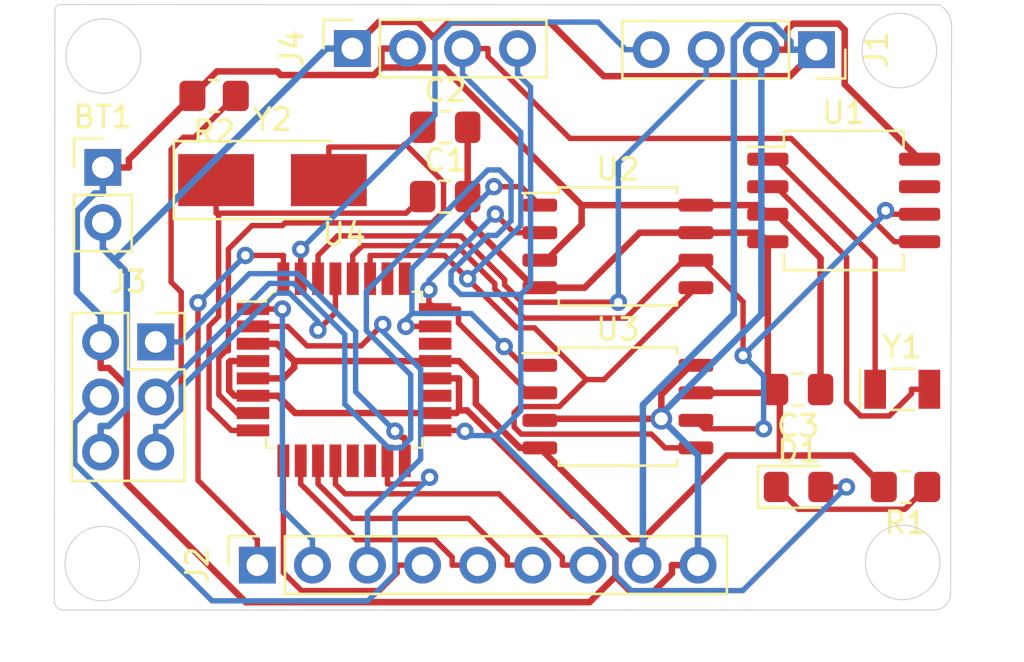
<source format=kicad_pcb>
(kicad_pcb (version 20171130) (host pcbnew "(5.1.10)-1")

  (general
    (thickness 1.6)
    (drawings 12)
    (tracks 404)
    (zones 0)
    (modules 17)
    (nets 32)
  )

  (page A4)
  (title_block
    (title "Arduino clone")
    (date 2021-10-08)
    (company "Ahmad Aljoundi ")
  )

  (layers
    (0 F.Cu signal)
    (31 B.Cu mixed)
    (32 B.Adhes user)
    (33 F.Adhes user)
    (34 B.Paste user)
    (35 F.Paste user)
    (36 B.SilkS user)
    (37 F.SilkS user)
    (38 B.Mask user)
    (39 F.Mask user)
    (40 Dwgs.User user)
    (41 Cmts.User user)
    (42 Eco1.User user)
    (43 Eco2.User user)
    (44 Edge.Cuts user)
    (45 Margin user)
    (46 B.CrtYd user)
    (47 F.CrtYd user)
    (48 B.Fab user)
    (49 F.Fab user)
  )

  (setup
    (last_trace_width 0.25)
    (user_trace_width 0.3)
    (trace_clearance 0.2)
    (zone_clearance 0.508)
    (zone_45_only no)
    (trace_min 0.2)
    (via_size 0.8)
    (via_drill 0.4)
    (via_min_size 0.4)
    (via_min_drill 0.3)
    (user_via 1 0.6)
    (uvia_size 0.3)
    (uvia_drill 0.1)
    (uvias_allowed no)
    (uvia_min_size 0.2)
    (uvia_min_drill 0.1)
    (edge_width 0.05)
    (segment_width 0.2)
    (pcb_text_width 0.3)
    (pcb_text_size 1.5 1.5)
    (mod_edge_width 0.12)
    (mod_text_size 1 1)
    (mod_text_width 0.15)
    (pad_size 1.524 1.524)
    (pad_drill 0.762)
    (pad_to_mask_clearance 0)
    (aux_axis_origin 0 0)
    (visible_elements 7FFFFFFF)
    (pcbplotparams
      (layerselection 0x010fc_ffffffff)
      (usegerberextensions false)
      (usegerberattributes true)
      (usegerberadvancedattributes true)
      (creategerberjobfile true)
      (excludeedgelayer true)
      (linewidth 0.100000)
      (plotframeref false)
      (viasonmask false)
      (mode 1)
      (useauxorigin false)
      (hpglpennumber 1)
      (hpglpenspeed 20)
      (hpglpendiameter 15.000000)
      (psnegative false)
      (psa4output false)
      (plotreference true)
      (plotvalue true)
      (plotinvisibletext false)
      (padsonsilk false)
      (subtractmaskfromsilk false)
      (outputformat 1)
      (mirror false)
      (drillshape 1)
      (scaleselection 1)
      (outputdirectory ""))
  )

  (net 0 "")
  (net 1 /VCC)
  (net 2 GNDPWR)
  (net 3 "Net-(C1-Pad1)")
  (net 4 "Net-(C2-Pad1)")
  (net 5 "Net-(D1-Pad1)")
  (net 6 /SCK)
  (net 7 /TX)
  (net 8 /RX)
  (net 9 /D2)
  (net 10 /D3)
  (net 11 /D4)
  (net 12 /D5)
  (net 13 /D6)
  (net 14 /D7)
  (net 15 /D8)
  (net 16 /MISO)
  (net 17 /MOSI)
  (net 18 /RESET)
  (net 19 /SDA)
  (net 20 "Net-(U1-Pad1)")
  (net 21 "Net-(U1-Pad2)")
  (net 22 /SCL)
  (net 23 "Net-(U1-Pad7)")
  (net 24 /ADDS2)
  (net 25 /ADDS1)
  (net 26 "Net-(U4-Pad13)")
  (net 27 "Net-(U4-Pad14)")
  (net 28 "Net-(U4-Pad19)")
  (net 29 "Net-(U4-Pad22)")
  (net 30 "Net-(U4-Pad25)")
  (net 31 "Net-(U4-Pad26)")

  (net_class Default "This is the default net class."
    (clearance 0.2)
    (trace_width 0.25)
    (via_dia 0.8)
    (via_drill 0.4)
    (uvia_dia 0.3)
    (uvia_drill 0.1)
    (add_net /ADDS1)
    (add_net /ADDS2)
    (add_net /D2)
    (add_net /D3)
    (add_net /D4)
    (add_net /D5)
    (add_net /D6)
    (add_net /D7)
    (add_net /D8)
    (add_net /MISO)
    (add_net /MOSI)
    (add_net /RESET)
    (add_net /RX)
    (add_net /SCK)
    (add_net /SCL)
    (add_net /SDA)
    (add_net /TX)
    (add_net "Net-(C1-Pad1)")
    (add_net "Net-(C2-Pad1)")
    (add_net "Net-(D1-Pad1)")
    (add_net "Net-(U1-Pad1)")
    (add_net "Net-(U1-Pad2)")
    (add_net "Net-(U1-Pad7)")
    (add_net "Net-(U4-Pad13)")
    (add_net "Net-(U4-Pad14)")
    (add_net "Net-(U4-Pad19)")
    (add_net "Net-(U4-Pad22)")
    (add_net "Net-(U4-Pad25)")
    (add_net "Net-(U4-Pad26)")
  )

  (net_class Power ""
    (clearance 0.2)
    (trace_width 0.3)
    (via_dia 1)
    (via_drill 0.6)
    (uvia_dia 0.3)
    (uvia_drill 0.1)
    (add_net /VCC)
    (add_net GNDPWR)
  )

  (module Connector_PinHeader_2.54mm:PinHeader_1x02_P2.54mm_Vertical (layer F.Cu) (tedit 59FED5CC) (tstamp 616064C3)
    (at 147.904 71.0438)
    (descr "Through hole straight pin header, 1x02, 2.54mm pitch, single row")
    (tags "Through hole pin header THT 1x02 2.54mm single row")
    (path /615F0300)
    (fp_text reference BT1 (at 0 -2.33) (layer F.SilkS)
      (effects (font (size 1 1) (thickness 0.15)))
    )
    (fp_text value "Battery 3V" (at 0 4.87) (layer F.Fab)
      (effects (font (size 1 1) (thickness 0.15)))
    )
    (fp_line (start -0.635 -1.27) (end 1.27 -1.27) (layer F.Fab) (width 0.1))
    (fp_line (start 1.27 -1.27) (end 1.27 3.81) (layer F.Fab) (width 0.1))
    (fp_line (start 1.27 3.81) (end -1.27 3.81) (layer F.Fab) (width 0.1))
    (fp_line (start -1.27 3.81) (end -1.27 -0.635) (layer F.Fab) (width 0.1))
    (fp_line (start -1.27 -0.635) (end -0.635 -1.27) (layer F.Fab) (width 0.1))
    (fp_line (start -1.33 3.87) (end 1.33 3.87) (layer F.SilkS) (width 0.12))
    (fp_line (start -1.33 1.27) (end -1.33 3.87) (layer F.SilkS) (width 0.12))
    (fp_line (start 1.33 1.27) (end 1.33 3.87) (layer F.SilkS) (width 0.12))
    (fp_line (start -1.33 1.27) (end 1.33 1.27) (layer F.SilkS) (width 0.12))
    (fp_line (start -1.33 0) (end -1.33 -1.33) (layer F.SilkS) (width 0.12))
    (fp_line (start -1.33 -1.33) (end 0 -1.33) (layer F.SilkS) (width 0.12))
    (fp_line (start -1.8 -1.8) (end -1.8 4.35) (layer F.CrtYd) (width 0.05))
    (fp_line (start -1.8 4.35) (end 1.8 4.35) (layer F.CrtYd) (width 0.05))
    (fp_line (start 1.8 4.35) (end 1.8 -1.8) (layer F.CrtYd) (width 0.05))
    (fp_line (start 1.8 -1.8) (end -1.8 -1.8) (layer F.CrtYd) (width 0.05))
    (fp_text user %R (at 0 1.27 90) (layer F.Fab)
      (effects (font (size 1 1) (thickness 0.15)))
    )
    (pad 1 thru_hole rect (at 0 0) (size 1.7 1.7) (drill 1) (layers *.Cu *.Mask)
      (net 1 /VCC))
    (pad 2 thru_hole oval (at 0 2.54) (size 1.7 1.7) (drill 1) (layers *.Cu *.Mask)
      (net 2 GNDPWR))
    (model ${KICAD6_3DMODEL_DIR}/Connector_PinHeader_2.54mm.3dshapes/PinHeader_1x02_P2.54mm_Vertical.wrl
      (at (xyz 0 0 0))
      (scale (xyz 1 1 1))
      (rotate (xyz 0 0 0))
    )
  )

  (module Capacitor_SMD:C_0805_2012Metric_Pad1.18x1.45mm_HandSolder (layer F.Cu) (tedit 5F68FEEF) (tstamp 616064D4)
    (at 163.69 72.39)
    (descr "Capacitor SMD 0805 (2012 Metric), square (rectangular) end terminal, IPC_7351 nominal with elongated pad for handsoldering. (Body size source: IPC-SM-782 page 76, https://www.pcb-3d.com/wordpress/wp-content/uploads/ipc-sm-782a_amendment_1_and_2.pdf, https://docs.google.com/spreadsheets/d/1BsfQQcO9C6DZCsRaXUlFlo91Tg2WpOkGARC1WS5S8t0/edit?usp=sharing), generated with kicad-footprint-generator")
    (tags "capacitor handsolder")
    (path /615F14AB)
    (attr smd)
    (fp_text reference C1 (at 0 -1.68) (layer F.SilkS)
      (effects (font (size 1 1) (thickness 0.15)))
    )
    (fp_text value 22pF (at 0 1.68) (layer F.Fab)
      (effects (font (size 1 1) (thickness 0.15)))
    )
    (fp_line (start -1 0.625) (end -1 -0.625) (layer F.Fab) (width 0.1))
    (fp_line (start -1 -0.625) (end 1 -0.625) (layer F.Fab) (width 0.1))
    (fp_line (start 1 -0.625) (end 1 0.625) (layer F.Fab) (width 0.1))
    (fp_line (start 1 0.625) (end -1 0.625) (layer F.Fab) (width 0.1))
    (fp_line (start -0.261252 -0.735) (end 0.261252 -0.735) (layer F.SilkS) (width 0.12))
    (fp_line (start -0.261252 0.735) (end 0.261252 0.735) (layer F.SilkS) (width 0.12))
    (fp_line (start -1.88 0.98) (end -1.88 -0.98) (layer F.CrtYd) (width 0.05))
    (fp_line (start -1.88 -0.98) (end 1.88 -0.98) (layer F.CrtYd) (width 0.05))
    (fp_line (start 1.88 -0.98) (end 1.88 0.98) (layer F.CrtYd) (width 0.05))
    (fp_line (start 1.88 0.98) (end -1.88 0.98) (layer F.CrtYd) (width 0.05))
    (fp_text user %R (at 0 0) (layer F.Fab)
      (effects (font (size 0.5 0.5) (thickness 0.08)))
    )
    (pad 1 smd roundrect (at -1.0375 0) (size 1.175 1.45) (layers F.Cu F.Paste F.Mask) (roundrect_rratio 0.212766)
      (net 3 "Net-(C1-Pad1)"))
    (pad 2 smd roundrect (at 1.0375 0) (size 1.175 1.45) (layers F.Cu F.Paste F.Mask) (roundrect_rratio 0.212766)
      (net 2 GNDPWR))
    (model ${KICAD6_3DMODEL_DIR}/Capacitor_SMD.3dshapes/C_0805_2012Metric.wrl
      (at (xyz 0 0 0))
      (scale (xyz 1 1 1))
      (rotate (xyz 0 0 0))
    )
  )

  (module Capacitor_SMD:C_0805_2012Metric_Pad1.18x1.45mm_HandSolder (layer F.Cu) (tedit 5F68FEEF) (tstamp 616064E5)
    (at 163.69 69.1896)
    (descr "Capacitor SMD 0805 (2012 Metric), square (rectangular) end terminal, IPC_7351 nominal with elongated pad for handsoldering. (Body size source: IPC-SM-782 page 76, https://www.pcb-3d.com/wordpress/wp-content/uploads/ipc-sm-782a_amendment_1_and_2.pdf, https://docs.google.com/spreadsheets/d/1BsfQQcO9C6DZCsRaXUlFlo91Tg2WpOkGARC1WS5S8t0/edit?usp=sharing), generated with kicad-footprint-generator")
    (tags "capacitor handsolder")
    (path /615F1778)
    (attr smd)
    (fp_text reference C2 (at 0 -1.68) (layer F.SilkS)
      (effects (font (size 1 1) (thickness 0.15)))
    )
    (fp_text value 22pF (at 0 1.68) (layer F.Fab)
      (effects (font (size 1 1) (thickness 0.15)))
    )
    (fp_line (start -1 0.625) (end -1 -0.625) (layer F.Fab) (width 0.1))
    (fp_line (start -1 -0.625) (end 1 -0.625) (layer F.Fab) (width 0.1))
    (fp_line (start 1 -0.625) (end 1 0.625) (layer F.Fab) (width 0.1))
    (fp_line (start 1 0.625) (end -1 0.625) (layer F.Fab) (width 0.1))
    (fp_line (start -0.261252 -0.735) (end 0.261252 -0.735) (layer F.SilkS) (width 0.12))
    (fp_line (start -0.261252 0.735) (end 0.261252 0.735) (layer F.SilkS) (width 0.12))
    (fp_line (start -1.88 0.98) (end -1.88 -0.98) (layer F.CrtYd) (width 0.05))
    (fp_line (start -1.88 -0.98) (end 1.88 -0.98) (layer F.CrtYd) (width 0.05))
    (fp_line (start 1.88 -0.98) (end 1.88 0.98) (layer F.CrtYd) (width 0.05))
    (fp_line (start 1.88 0.98) (end -1.88 0.98) (layer F.CrtYd) (width 0.05))
    (fp_text user %R (at 0 0) (layer F.Fab)
      (effects (font (size 0.5 0.5) (thickness 0.08)))
    )
    (pad 1 smd roundrect (at -1.0375 0) (size 1.175 1.45) (layers F.Cu F.Paste F.Mask) (roundrect_rratio 0.212766)
      (net 4 "Net-(C2-Pad1)"))
    (pad 2 smd roundrect (at 1.0375 0) (size 1.175 1.45) (layers F.Cu F.Paste F.Mask) (roundrect_rratio 0.212766)
      (net 2 GNDPWR))
    (model ${KICAD6_3DMODEL_DIR}/Capacitor_SMD.3dshapes/C_0805_2012Metric.wrl
      (at (xyz 0 0 0))
      (scale (xyz 1 1 1))
      (rotate (xyz 0 0 0))
    )
  )

  (module Capacitor_SMD:C_0805_2012Metric_Pad1.18x1.45mm_HandSolder (layer F.Cu) (tedit 5F68FEEF) (tstamp 616064F6)
    (at 179.962 81.2927 180)
    (descr "Capacitor SMD 0805 (2012 Metric), square (rectangular) end terminal, IPC_7351 nominal with elongated pad for handsoldering. (Body size source: IPC-SM-782 page 76, https://www.pcb-3d.com/wordpress/wp-content/uploads/ipc-sm-782a_amendment_1_and_2.pdf, https://docs.google.com/spreadsheets/d/1BsfQQcO9C6DZCsRaXUlFlo91Tg2WpOkGARC1WS5S8t0/edit?usp=sharing), generated with kicad-footprint-generator")
    (tags "capacitor handsolder")
    (path /615F1B97)
    (attr smd)
    (fp_text reference C3 (at 0 -1.68) (layer F.SilkS)
      (effects (font (size 1 1) (thickness 0.15)))
    )
    (fp_text value 10uF (at 0 1.68) (layer F.Fab)
      (effects (font (size 1 1) (thickness 0.15)))
    )
    (fp_line (start 1.88 0.98) (end -1.88 0.98) (layer F.CrtYd) (width 0.05))
    (fp_line (start 1.88 -0.98) (end 1.88 0.98) (layer F.CrtYd) (width 0.05))
    (fp_line (start -1.88 -0.98) (end 1.88 -0.98) (layer F.CrtYd) (width 0.05))
    (fp_line (start -1.88 0.98) (end -1.88 -0.98) (layer F.CrtYd) (width 0.05))
    (fp_line (start -0.261252 0.735) (end 0.261252 0.735) (layer F.SilkS) (width 0.12))
    (fp_line (start -0.261252 -0.735) (end 0.261252 -0.735) (layer F.SilkS) (width 0.12))
    (fp_line (start 1 0.625) (end -1 0.625) (layer F.Fab) (width 0.1))
    (fp_line (start 1 -0.625) (end 1 0.625) (layer F.Fab) (width 0.1))
    (fp_line (start -1 -0.625) (end 1 -0.625) (layer F.Fab) (width 0.1))
    (fp_line (start -1 0.625) (end -1 -0.625) (layer F.Fab) (width 0.1))
    (fp_text user %R (at 0 0) (layer F.Fab)
      (effects (font (size 0.5 0.5) (thickness 0.08)))
    )
    (pad 2 smd roundrect (at 1.0375 0 180) (size 1.175 1.45) (layers F.Cu F.Paste F.Mask) (roundrect_rratio 0.212766)
      (net 2 GNDPWR))
    (pad 1 smd roundrect (at -1.0375 0 180) (size 1.175 1.45) (layers F.Cu F.Paste F.Mask) (roundrect_rratio 0.212766)
      (net 1 /VCC))
    (model ${KICAD6_3DMODEL_DIR}/Capacitor_SMD.3dshapes/C_0805_2012Metric.wrl
      (at (xyz 0 0 0))
      (scale (xyz 1 1 1))
      (rotate (xyz 0 0 0))
    )
  )

  (module LED_SMD:LED_0805_2012Metric_Pad1.15x1.40mm_HandSolder (layer F.Cu) (tedit 5F68FEF1) (tstamp 61606509)
    (at 179.984 85.7885)
    (descr "LED SMD 0805 (2012 Metric), square (rectangular) end terminal, IPC_7351 nominal, (Body size source: https://docs.google.com/spreadsheets/d/1BsfQQcO9C6DZCsRaXUlFlo91Tg2WpOkGARC1WS5S8t0/edit?usp=sharing), generated with kicad-footprint-generator")
    (tags "LED handsolder")
    (path /615F28FB)
    (attr smd)
    (fp_text reference D1 (at 0 -1.65) (layer F.SilkS)
      (effects (font (size 1 1) (thickness 0.15)))
    )
    (fp_text value LED (at 0 1.65) (layer F.Fab)
      (effects (font (size 1 1) (thickness 0.15)))
    )
    (fp_line (start 1 -0.6) (end -0.7 -0.6) (layer F.Fab) (width 0.1))
    (fp_line (start -0.7 -0.6) (end -1 -0.3) (layer F.Fab) (width 0.1))
    (fp_line (start -1 -0.3) (end -1 0.6) (layer F.Fab) (width 0.1))
    (fp_line (start -1 0.6) (end 1 0.6) (layer F.Fab) (width 0.1))
    (fp_line (start 1 0.6) (end 1 -0.6) (layer F.Fab) (width 0.1))
    (fp_line (start 1 -0.96) (end -1.86 -0.96) (layer F.SilkS) (width 0.12))
    (fp_line (start -1.86 -0.96) (end -1.86 0.96) (layer F.SilkS) (width 0.12))
    (fp_line (start -1.86 0.96) (end 1 0.96) (layer F.SilkS) (width 0.12))
    (fp_line (start -1.85 0.95) (end -1.85 -0.95) (layer F.CrtYd) (width 0.05))
    (fp_line (start -1.85 -0.95) (end 1.85 -0.95) (layer F.CrtYd) (width 0.05))
    (fp_line (start 1.85 -0.95) (end 1.85 0.95) (layer F.CrtYd) (width 0.05))
    (fp_line (start 1.85 0.95) (end -1.85 0.95) (layer F.CrtYd) (width 0.05))
    (fp_text user %R (at 0 0) (layer F.Fab)
      (effects (font (size 0.5 0.5) (thickness 0.08)))
    )
    (pad 1 smd roundrect (at -1.025 0) (size 1.15 1.4) (layers F.Cu F.Paste F.Mask) (roundrect_rratio 0.217391)
      (net 5 "Net-(D1-Pad1)"))
    (pad 2 smd roundrect (at 1.025 0) (size 1.15 1.4) (layers F.Cu F.Paste F.Mask) (roundrect_rratio 0.217391)
      (net 6 /SCK))
    (model ${KICAD6_3DMODEL_DIR}/LED_SMD.3dshapes/LED_0805_2012Metric.wrl
      (at (xyz 0 0 0))
      (scale (xyz 1 1 1))
      (rotate (xyz 0 0 0))
    )
  )

  (module Connector_PinSocket_2.54mm:PinSocket_1x04_P2.54mm_Vertical (layer F.Cu) (tedit 5A19A429) (tstamp 61606521)
    (at 180.81 65.6082 270)
    (descr "Through hole straight socket strip, 1x04, 2.54mm pitch, single row (from Kicad 4.0.7), script generated")
    (tags "Through hole socket strip THT 1x04 2.54mm single row")
    (path /615F48EA/615F6E29)
    (fp_text reference J1 (at 0 -2.77 90) (layer F.SilkS)
      (effects (font (size 1 1) (thickness 0.15)))
    )
    (fp_text value Serial (at 0 10.39 90) (layer F.Fab)
      (effects (font (size 1 1) (thickness 0.15)))
    )
    (fp_line (start -1.8 9.4) (end -1.8 -1.8) (layer F.CrtYd) (width 0.05))
    (fp_line (start 1.75 9.4) (end -1.8 9.4) (layer F.CrtYd) (width 0.05))
    (fp_line (start 1.75 -1.8) (end 1.75 9.4) (layer F.CrtYd) (width 0.05))
    (fp_line (start -1.8 -1.8) (end 1.75 -1.8) (layer F.CrtYd) (width 0.05))
    (fp_line (start 0 -1.33) (end 1.33 -1.33) (layer F.SilkS) (width 0.12))
    (fp_line (start 1.33 -1.33) (end 1.33 0) (layer F.SilkS) (width 0.12))
    (fp_line (start 1.33 1.27) (end 1.33 8.95) (layer F.SilkS) (width 0.12))
    (fp_line (start -1.33 8.95) (end 1.33 8.95) (layer F.SilkS) (width 0.12))
    (fp_line (start -1.33 1.27) (end -1.33 8.95) (layer F.SilkS) (width 0.12))
    (fp_line (start -1.33 1.27) (end 1.33 1.27) (layer F.SilkS) (width 0.12))
    (fp_line (start -1.27 8.89) (end -1.27 -1.27) (layer F.Fab) (width 0.1))
    (fp_line (start 1.27 8.89) (end -1.27 8.89) (layer F.Fab) (width 0.1))
    (fp_line (start 1.27 -0.635) (end 1.27 8.89) (layer F.Fab) (width 0.1))
    (fp_line (start 0.635 -1.27) (end 1.27 -0.635) (layer F.Fab) (width 0.1))
    (fp_line (start -1.27 -1.27) (end 0.635 -1.27) (layer F.Fab) (width 0.1))
    (fp_text user %R (at 0 3.81) (layer F.Fab)
      (effects (font (size 1 1) (thickness 0.15)))
    )
    (pad 4 thru_hole oval (at 0 7.62 270) (size 1.7 1.7) (drill 1) (layers *.Cu *.Mask)
      (net 7 /TX))
    (pad 3 thru_hole oval (at 0 5.08 270) (size 1.7 1.7) (drill 1) (layers *.Cu *.Mask)
      (net 8 /RX))
    (pad 2 thru_hole oval (at 0 2.54 270) (size 1.7 1.7) (drill 1) (layers *.Cu *.Mask)
      (net 1 /VCC))
    (pad 1 thru_hole rect (at 0 0 270) (size 1.7 1.7) (drill 1) (layers *.Cu *.Mask)
      (net 2 GNDPWR))
    (model ${KICAD6_3DMODEL_DIR}/Connector_PinSocket_2.54mm.3dshapes/PinSocket_1x04_P2.54mm_Vertical.wrl
      (at (xyz 0 0 0))
      (scale (xyz 1 1 1))
      (rotate (xyz 0 0 0))
    )
  )

  (module Connector_PinSocket_2.54mm:PinSocket_1x09_P2.54mm_Vertical (layer F.Cu) (tedit 5A19A431) (tstamp 6160653E)
    (at 155.029 89.3953 90)
    (descr "Through hole straight socket strip, 1x09, 2.54mm pitch, single row (from Kicad 4.0.7), script generated")
    (tags "Through hole socket strip THT 1x09 2.54mm single row")
    (path /615F48EA/615F63B0)
    (fp_text reference J2 (at 0 -2.77 90) (layer F.SilkS)
      (effects (font (size 1 1) (thickness 0.15)))
    )
    (fp_text value "Digital pins" (at 0 23.09 90) (layer F.Fab)
      (effects (font (size 1 1) (thickness 0.15)))
    )
    (fp_line (start -1.27 -1.27) (end 0.635 -1.27) (layer F.Fab) (width 0.1))
    (fp_line (start 0.635 -1.27) (end 1.27 -0.635) (layer F.Fab) (width 0.1))
    (fp_line (start 1.27 -0.635) (end 1.27 21.59) (layer F.Fab) (width 0.1))
    (fp_line (start 1.27 21.59) (end -1.27 21.59) (layer F.Fab) (width 0.1))
    (fp_line (start -1.27 21.59) (end -1.27 -1.27) (layer F.Fab) (width 0.1))
    (fp_line (start -1.33 1.27) (end 1.33 1.27) (layer F.SilkS) (width 0.12))
    (fp_line (start -1.33 1.27) (end -1.33 21.65) (layer F.SilkS) (width 0.12))
    (fp_line (start -1.33 21.65) (end 1.33 21.65) (layer F.SilkS) (width 0.12))
    (fp_line (start 1.33 1.27) (end 1.33 21.65) (layer F.SilkS) (width 0.12))
    (fp_line (start 1.33 -1.33) (end 1.33 0) (layer F.SilkS) (width 0.12))
    (fp_line (start 0 -1.33) (end 1.33 -1.33) (layer F.SilkS) (width 0.12))
    (fp_line (start -1.8 -1.8) (end 1.75 -1.8) (layer F.CrtYd) (width 0.05))
    (fp_line (start 1.75 -1.8) (end 1.75 22.1) (layer F.CrtYd) (width 0.05))
    (fp_line (start 1.75 22.1) (end -1.8 22.1) (layer F.CrtYd) (width 0.05))
    (fp_line (start -1.8 22.1) (end -1.8 -1.8) (layer F.CrtYd) (width 0.05))
    (fp_text user %R (at 0 10.16) (layer F.Fab)
      (effects (font (size 1 1) (thickness 0.15)))
    )
    (pad 1 thru_hole rect (at 0 0 90) (size 1.7 1.7) (drill 1) (layers *.Cu *.Mask)
      (net 9 /D2))
    (pad 2 thru_hole oval (at 0 2.54 90) (size 1.7 1.7) (drill 1) (layers *.Cu *.Mask)
      (net 10 /D3))
    (pad 3 thru_hole oval (at 0 5.08 90) (size 1.7 1.7) (drill 1) (layers *.Cu *.Mask)
      (net 11 /D4))
    (pad 4 thru_hole oval (at 0 7.62 90) (size 1.7 1.7) (drill 1) (layers *.Cu *.Mask)
      (net 12 /D5))
    (pad 5 thru_hole oval (at 0 10.16 90) (size 1.7 1.7) (drill 1) (layers *.Cu *.Mask)
      (net 13 /D6))
    (pad 6 thru_hole oval (at 0 12.7 90) (size 1.7 1.7) (drill 1) (layers *.Cu *.Mask)
      (net 14 /D7))
    (pad 7 thru_hole oval (at 0 15.24 90) (size 1.7 1.7) (drill 1) (layers *.Cu *.Mask)
      (net 15 /D8))
    (pad 8 thru_hole oval (at 0 17.78 90) (size 1.7 1.7) (drill 1) (layers *.Cu *.Mask)
      (net 2 GNDPWR))
    (pad 9 thru_hole oval (at 0 20.32 90) (size 1.7 1.7) (drill 1) (layers *.Cu *.Mask)
      (net 1 /VCC))
    (model ${KICAD6_3DMODEL_DIR}/Connector_PinSocket_2.54mm.3dshapes/PinSocket_1x09_P2.54mm_Vertical.wrl
      (at (xyz 0 0 0))
      (scale (xyz 1 1 1))
      (rotate (xyz 0 0 0))
    )
  )

  (module Connector_PinSocket_2.54mm:PinSocket_2x03_P2.54mm_Vertical (layer F.Cu) (tedit 5A19A425) (tstamp 6160655A)
    (at 150.343 79.0956)
    (descr "Through hole straight socket strip, 2x03, 2.54mm pitch, double cols (from Kicad 4.0.7), script generated")
    (tags "Through hole socket strip THT 2x03 2.54mm double row")
    (path /615F48EA/615F7604)
    (fp_text reference J3 (at -1.27 -2.77) (layer F.SilkS)
      (effects (font (size 1 1) (thickness 0.15)))
    )
    (fp_text value "ICSP connector" (at -1.27 7.85) (layer F.Fab)
      (effects (font (size 1 1) (thickness 0.15)))
    )
    (fp_line (start -3.81 -1.27) (end 0.27 -1.27) (layer F.Fab) (width 0.1))
    (fp_line (start 0.27 -1.27) (end 1.27 -0.27) (layer F.Fab) (width 0.1))
    (fp_line (start 1.27 -0.27) (end 1.27 6.35) (layer F.Fab) (width 0.1))
    (fp_line (start 1.27 6.35) (end -3.81 6.35) (layer F.Fab) (width 0.1))
    (fp_line (start -3.81 6.35) (end -3.81 -1.27) (layer F.Fab) (width 0.1))
    (fp_line (start -3.87 -1.33) (end -1.27 -1.33) (layer F.SilkS) (width 0.12))
    (fp_line (start -3.87 -1.33) (end -3.87 6.41) (layer F.SilkS) (width 0.12))
    (fp_line (start -3.87 6.41) (end 1.33 6.41) (layer F.SilkS) (width 0.12))
    (fp_line (start 1.33 1.27) (end 1.33 6.41) (layer F.SilkS) (width 0.12))
    (fp_line (start -1.27 1.27) (end 1.33 1.27) (layer F.SilkS) (width 0.12))
    (fp_line (start -1.27 -1.33) (end -1.27 1.27) (layer F.SilkS) (width 0.12))
    (fp_line (start 1.33 -1.33) (end 1.33 0) (layer F.SilkS) (width 0.12))
    (fp_line (start 0 -1.33) (end 1.33 -1.33) (layer F.SilkS) (width 0.12))
    (fp_line (start -4.34 -1.8) (end 1.76 -1.8) (layer F.CrtYd) (width 0.05))
    (fp_line (start 1.76 -1.8) (end 1.76 6.85) (layer F.CrtYd) (width 0.05))
    (fp_line (start 1.76 6.85) (end -4.34 6.85) (layer F.CrtYd) (width 0.05))
    (fp_line (start -4.34 6.85) (end -4.34 -1.8) (layer F.CrtYd) (width 0.05))
    (fp_text user %R (at -1.27 2.54 90) (layer F.Fab)
      (effects (font (size 1 1) (thickness 0.15)))
    )
    (pad 1 thru_hole rect (at 0 0) (size 1.7 1.7) (drill 1) (layers *.Cu *.Mask)
      (net 16 /MISO))
    (pad 2 thru_hole oval (at -2.54 0) (size 1.7 1.7) (drill 1) (layers *.Cu *.Mask)
      (net 1 /VCC))
    (pad 3 thru_hole oval (at 0 2.54) (size 1.7 1.7) (drill 1) (layers *.Cu *.Mask)
      (net 6 /SCK))
    (pad 4 thru_hole oval (at -2.54 2.54) (size 1.7 1.7) (drill 1) (layers *.Cu *.Mask)
      (net 17 /MOSI))
    (pad 5 thru_hole oval (at 0 5.08) (size 1.7 1.7) (drill 1) (layers *.Cu *.Mask)
      (net 18 /RESET))
    (pad 6 thru_hole oval (at -2.54 5.08) (size 1.7 1.7) (drill 1) (layers *.Cu *.Mask)
      (net 2 GNDPWR))
    (model ${KICAD6_3DMODEL_DIR}/Connector_PinSocket_2.54mm.3dshapes/PinSocket_2x03_P2.54mm_Vertical.wrl
      (at (xyz 0 0 0))
      (scale (xyz 1 1 1))
      (rotate (xyz 0 0 0))
    )
  )

  (module Connector_PinSocket_2.54mm:PinSocket_1x04_P2.54mm_Vertical (layer F.Cu) (tedit 5A19A429) (tstamp 61606572)
    (at 159.41 65.5582 90)
    (descr "Through hole straight socket strip, 1x04, 2.54mm pitch, single row (from Kicad 4.0.7), script generated")
    (tags "Through hole socket strip THT 1x04 2.54mm single row")
    (path /615F48EA/615F7C9E)
    (fp_text reference J4 (at 0 -2.77 90) (layer F.SilkS)
      (effects (font (size 1 1) (thickness 0.15)))
    )
    (fp_text value I2C (at 0 10.39 90) (layer F.Fab)
      (effects (font (size 1 1) (thickness 0.15)))
    )
    (fp_line (start -1.27 -1.27) (end 0.635 -1.27) (layer F.Fab) (width 0.1))
    (fp_line (start 0.635 -1.27) (end 1.27 -0.635) (layer F.Fab) (width 0.1))
    (fp_line (start 1.27 -0.635) (end 1.27 8.89) (layer F.Fab) (width 0.1))
    (fp_line (start 1.27 8.89) (end -1.27 8.89) (layer F.Fab) (width 0.1))
    (fp_line (start -1.27 8.89) (end -1.27 -1.27) (layer F.Fab) (width 0.1))
    (fp_line (start -1.33 1.27) (end 1.33 1.27) (layer F.SilkS) (width 0.12))
    (fp_line (start -1.33 1.27) (end -1.33 8.95) (layer F.SilkS) (width 0.12))
    (fp_line (start -1.33 8.95) (end 1.33 8.95) (layer F.SilkS) (width 0.12))
    (fp_line (start 1.33 1.27) (end 1.33 8.95) (layer F.SilkS) (width 0.12))
    (fp_line (start 1.33 -1.33) (end 1.33 0) (layer F.SilkS) (width 0.12))
    (fp_line (start 0 -1.33) (end 1.33 -1.33) (layer F.SilkS) (width 0.12))
    (fp_line (start -1.8 -1.8) (end 1.75 -1.8) (layer F.CrtYd) (width 0.05))
    (fp_line (start 1.75 -1.8) (end 1.75 9.4) (layer F.CrtYd) (width 0.05))
    (fp_line (start 1.75 9.4) (end -1.8 9.4) (layer F.CrtYd) (width 0.05))
    (fp_line (start -1.8 9.4) (end -1.8 -1.8) (layer F.CrtYd) (width 0.05))
    (fp_text user %R (at 0 3.81) (layer F.Fab)
      (effects (font (size 1 1) (thickness 0.15)))
    )
    (pad 1 thru_hole rect (at 0 0 90) (size 1.7 1.7) (drill 1) (layers *.Cu *.Mask)
      (net 2 GNDPWR))
    (pad 2 thru_hole oval (at 0 2.54 90) (size 1.7 1.7) (drill 1) (layers *.Cu *.Mask)
      (net 1 /VCC))
    (pad 3 thru_hole oval (at 0 5.08 90) (size 1.7 1.7) (drill 1) (layers *.Cu *.Mask)
      (net 19 /SDA))
    (pad 4 thru_hole oval (at 0 7.62 90) (size 1.7 1.7) (drill 1) (layers *.Cu *.Mask)
      (net 6 /SCK))
    (model ${KICAD6_3DMODEL_DIR}/Connector_PinSocket_2.54mm.3dshapes/PinSocket_1x04_P2.54mm_Vertical.wrl
      (at (xyz 0 0 0))
      (scale (xyz 1 1 1))
      (rotate (xyz 0 0 0))
    )
  )

  (module Resistor_SMD:R_0805_2012Metric_Pad1.20x1.40mm_HandSolder (layer F.Cu) (tedit 5F68FEEE) (tstamp 61606583)
    (at 184.917 85.7885 180)
    (descr "Resistor SMD 0805 (2012 Metric), square (rectangular) end terminal, IPC_7351 nominal with elongated pad for handsoldering. (Body size source: IPC-SM-782 page 72, https://www.pcb-3d.com/wordpress/wp-content/uploads/ipc-sm-782a_amendment_1_and_2.pdf), generated with kicad-footprint-generator")
    (tags "resistor handsolder")
    (path /615F2E86)
    (attr smd)
    (fp_text reference R1 (at 0 -1.65) (layer F.SilkS)
      (effects (font (size 1 1) (thickness 0.15)))
    )
    (fp_text value "330 ohm" (at 0 1.65) (layer F.Fab)
      (effects (font (size 1 1) (thickness 0.15)))
    )
    (fp_line (start 1.85 0.95) (end -1.85 0.95) (layer F.CrtYd) (width 0.05))
    (fp_line (start 1.85 -0.95) (end 1.85 0.95) (layer F.CrtYd) (width 0.05))
    (fp_line (start -1.85 -0.95) (end 1.85 -0.95) (layer F.CrtYd) (width 0.05))
    (fp_line (start -1.85 0.95) (end -1.85 -0.95) (layer F.CrtYd) (width 0.05))
    (fp_line (start -0.227064 0.735) (end 0.227064 0.735) (layer F.SilkS) (width 0.12))
    (fp_line (start -0.227064 -0.735) (end 0.227064 -0.735) (layer F.SilkS) (width 0.12))
    (fp_line (start 1 0.625) (end -1 0.625) (layer F.Fab) (width 0.1))
    (fp_line (start 1 -0.625) (end 1 0.625) (layer F.Fab) (width 0.1))
    (fp_line (start -1 -0.625) (end 1 -0.625) (layer F.Fab) (width 0.1))
    (fp_line (start -1 0.625) (end -1 -0.625) (layer F.Fab) (width 0.1))
    (fp_text user %R (at 0 0) (layer F.Fab)
      (effects (font (size 0.5 0.5) (thickness 0.08)))
    )
    (pad 2 smd roundrect (at 1 0 180) (size 1.2 1.4) (layers F.Cu F.Paste F.Mask) (roundrect_rratio 0.208333)
      (net 2 GNDPWR))
    (pad 1 smd roundrect (at -1 0 180) (size 1.2 1.4) (layers F.Cu F.Paste F.Mask) (roundrect_rratio 0.208333)
      (net 5 "Net-(D1-Pad1)"))
    (model ${KICAD6_3DMODEL_DIR}/Resistor_SMD.3dshapes/R_0805_2012Metric.wrl
      (at (xyz 0 0 0))
      (scale (xyz 1 1 1))
      (rotate (xyz 0 0 0))
    )
  )

  (module Resistor_SMD:R_0805_2012Metric_Pad1.20x1.40mm_HandSolder (layer F.Cu) (tedit 5F68FEEE) (tstamp 61606594)
    (at 153.035 67.7418 180)
    (descr "Resistor SMD 0805 (2012 Metric), square (rectangular) end terminal, IPC_7351 nominal with elongated pad for handsoldering. (Body size source: IPC-SM-782 page 72, https://www.pcb-3d.com/wordpress/wp-content/uploads/ipc-sm-782a_amendment_1_and_2.pdf), generated with kicad-footprint-generator")
    (tags "resistor handsolder")
    (path /615F3234)
    (attr smd)
    (fp_text reference R2 (at 0 -1.65) (layer F.SilkS)
      (effects (font (size 1 1) (thickness 0.15)))
    )
    (fp_text value "10K ohm" (at 0 1.65) (layer F.Fab)
      (effects (font (size 1 1) (thickness 0.15)))
    )
    (fp_line (start -1 0.625) (end -1 -0.625) (layer F.Fab) (width 0.1))
    (fp_line (start -1 -0.625) (end 1 -0.625) (layer F.Fab) (width 0.1))
    (fp_line (start 1 -0.625) (end 1 0.625) (layer F.Fab) (width 0.1))
    (fp_line (start 1 0.625) (end -1 0.625) (layer F.Fab) (width 0.1))
    (fp_line (start -0.227064 -0.735) (end 0.227064 -0.735) (layer F.SilkS) (width 0.12))
    (fp_line (start -0.227064 0.735) (end 0.227064 0.735) (layer F.SilkS) (width 0.12))
    (fp_line (start -1.85 0.95) (end -1.85 -0.95) (layer F.CrtYd) (width 0.05))
    (fp_line (start -1.85 -0.95) (end 1.85 -0.95) (layer F.CrtYd) (width 0.05))
    (fp_line (start 1.85 -0.95) (end 1.85 0.95) (layer F.CrtYd) (width 0.05))
    (fp_line (start 1.85 0.95) (end -1.85 0.95) (layer F.CrtYd) (width 0.05))
    (fp_text user %R (at 0 0) (layer F.Fab)
      (effects (font (size 0.5 0.5) (thickness 0.08)))
    )
    (pad 1 smd roundrect (at -1 0 180) (size 1.2 1.4) (layers F.Cu F.Paste F.Mask) (roundrect_rratio 0.208333)
      (net 18 /RESET))
    (pad 2 smd roundrect (at 1 0 180) (size 1.2 1.4) (layers F.Cu F.Paste F.Mask) (roundrect_rratio 0.208333)
      (net 1 /VCC))
    (model ${KICAD6_3DMODEL_DIR}/Resistor_SMD.3dshapes/R_0805_2012Metric.wrl
      (at (xyz 0 0 0))
      (scale (xyz 1 1 1))
      (rotate (xyz 0 0 0))
    )
  )

  (module Package_SO:SO-8_5.3x6.2mm_P1.27mm (layer F.Cu) (tedit 5EA5315B) (tstamp 616065B3)
    (at 182.067 72.5678)
    (descr "SO, 8 Pin (https://www.ti.com/lit/ml/msop001a/msop001a.pdf), generated with kicad-footprint-generator ipc_gullwing_generator.py")
    (tags "SO SO")
    (path /61601E43)
    (attr smd)
    (fp_text reference U1 (at 0 -4.05) (layer F.SilkS)
      (effects (font (size 1 1) (thickness 0.15)))
    )
    (fp_text value DS1337_AH (at 0 4.05) (layer F.Fab)
      (effects (font (size 1 1) (thickness 0.15)))
    )
    (fp_line (start 0 3.21) (end 2.76 3.21) (layer F.SilkS) (width 0.12))
    (fp_line (start 2.76 3.21) (end 2.76 2.465) (layer F.SilkS) (width 0.12))
    (fp_line (start 0 3.21) (end -2.76 3.21) (layer F.SilkS) (width 0.12))
    (fp_line (start -2.76 3.21) (end -2.76 2.465) (layer F.SilkS) (width 0.12))
    (fp_line (start 0 -3.21) (end 2.76 -3.21) (layer F.SilkS) (width 0.12))
    (fp_line (start 2.76 -3.21) (end 2.76 -2.465) (layer F.SilkS) (width 0.12))
    (fp_line (start 0 -3.21) (end -2.76 -3.21) (layer F.SilkS) (width 0.12))
    (fp_line (start -2.76 -3.21) (end -2.76 -2.465) (layer F.SilkS) (width 0.12))
    (fp_line (start -2.76 -2.465) (end -4.45 -2.465) (layer F.SilkS) (width 0.12))
    (fp_line (start -1.65 -3.1) (end 2.65 -3.1) (layer F.Fab) (width 0.1))
    (fp_line (start 2.65 -3.1) (end 2.65 3.1) (layer F.Fab) (width 0.1))
    (fp_line (start 2.65 3.1) (end -2.65 3.1) (layer F.Fab) (width 0.1))
    (fp_line (start -2.65 3.1) (end -2.65 -2.1) (layer F.Fab) (width 0.1))
    (fp_line (start -2.65 -2.1) (end -1.65 -3.1) (layer F.Fab) (width 0.1))
    (fp_line (start -4.7 -3.35) (end -4.7 3.35) (layer F.CrtYd) (width 0.05))
    (fp_line (start -4.7 3.35) (end 4.7 3.35) (layer F.CrtYd) (width 0.05))
    (fp_line (start 4.7 3.35) (end 4.7 -3.35) (layer F.CrtYd) (width 0.05))
    (fp_line (start 4.7 -3.35) (end -4.7 -3.35) (layer F.CrtYd) (width 0.05))
    (fp_text user %R (at 0 0) (layer F.Fab)
      (effects (font (size 1 1) (thickness 0.15)))
    )
    (pad 1 smd roundrect (at -3.5 -1.905) (size 1.9 0.6) (layers F.Cu F.Paste F.Mask) (roundrect_rratio 0.25)
      (net 20 "Net-(U1-Pad1)"))
    (pad 2 smd roundrect (at -3.5 -0.635) (size 1.9 0.6) (layers F.Cu F.Paste F.Mask) (roundrect_rratio 0.25)
      (net 21 "Net-(U1-Pad2)"))
    (pad 3 smd roundrect (at -3.5 0.635) (size 1.9 0.6) (layers F.Cu F.Paste F.Mask) (roundrect_rratio 0.25)
      (net 1 /VCC))
    (pad 4 smd roundrect (at -3.5 1.905) (size 1.9 0.6) (layers F.Cu F.Paste F.Mask) (roundrect_rratio 0.25)
      (net 2 GNDPWR))
    (pad 5 smd roundrect (at 3.5 1.905) (size 1.9 0.6) (layers F.Cu F.Paste F.Mask) (roundrect_rratio 0.25)
      (net 19 /SDA))
    (pad 6 smd roundrect (at 3.5 0.635) (size 1.9 0.6) (layers F.Cu F.Paste F.Mask) (roundrect_rratio 0.25)
      (net 22 /SCL))
    (pad 7 smd roundrect (at 3.5 -0.635) (size 1.9 0.6) (layers F.Cu F.Paste F.Mask) (roundrect_rratio 0.25)
      (net 23 "Net-(U1-Pad7)"))
    (pad 8 smd roundrect (at 3.5 -1.905) (size 1.9 0.6) (layers F.Cu F.Paste F.Mask) (roundrect_rratio 0.25)
      (net 1 /VCC))
    (model ${KICAD6_3DMODEL_DIR}/Package_SO.3dshapes/SO-8_5.3x6.2mm_P1.27mm.wrl
      (at (xyz 0 0 0))
      (scale (xyz 1 1 1))
      (rotate (xyz 0 0 0))
    )
  )

  (module Package_SO:SOIC-8_5.23x5.23mm_P1.27mm (layer F.Cu) (tedit 5D9F72B1) (tstamp 616065D2)
    (at 171.653 74.6887)
    (descr "SOIC, 8 Pin (http://www.winbond.com/resource-files/w25q32jv%20revg%2003272018%20plus.pdf#page=68), generated with kicad-footprint-generator ipc_gullwing_generator.py")
    (tags "SOIC SO")
    (path /616045B6)
    (attr smd)
    (fp_text reference U2 (at 0 -3.56) (layer F.SilkS)
      (effects (font (size 1 1) (thickness 0.15)))
    )
    (fp_text value 24LC1025 (at 0 3.56) (layer F.Fab)
      (effects (font (size 1 1) (thickness 0.15)))
    )
    (fp_line (start 4.65 -2.86) (end -4.65 -2.86) (layer F.CrtYd) (width 0.05))
    (fp_line (start 4.65 2.86) (end 4.65 -2.86) (layer F.CrtYd) (width 0.05))
    (fp_line (start -4.65 2.86) (end 4.65 2.86) (layer F.CrtYd) (width 0.05))
    (fp_line (start -4.65 -2.86) (end -4.65 2.86) (layer F.CrtYd) (width 0.05))
    (fp_line (start -2.615 -1.615) (end -1.615 -2.615) (layer F.Fab) (width 0.1))
    (fp_line (start -2.615 2.615) (end -2.615 -1.615) (layer F.Fab) (width 0.1))
    (fp_line (start 2.615 2.615) (end -2.615 2.615) (layer F.Fab) (width 0.1))
    (fp_line (start 2.615 -2.615) (end 2.615 2.615) (layer F.Fab) (width 0.1))
    (fp_line (start -1.615 -2.615) (end 2.615 -2.615) (layer F.Fab) (width 0.1))
    (fp_line (start -2.725 -2.465) (end -4.4 -2.465) (layer F.SilkS) (width 0.12))
    (fp_line (start -2.725 -2.725) (end -2.725 -2.465) (layer F.SilkS) (width 0.12))
    (fp_line (start 0 -2.725) (end -2.725 -2.725) (layer F.SilkS) (width 0.12))
    (fp_line (start 2.725 -2.725) (end 2.725 -2.465) (layer F.SilkS) (width 0.12))
    (fp_line (start 0 -2.725) (end 2.725 -2.725) (layer F.SilkS) (width 0.12))
    (fp_line (start -2.725 2.725) (end -2.725 2.465) (layer F.SilkS) (width 0.12))
    (fp_line (start 0 2.725) (end -2.725 2.725) (layer F.SilkS) (width 0.12))
    (fp_line (start 2.725 2.725) (end 2.725 2.465) (layer F.SilkS) (width 0.12))
    (fp_line (start 0 2.725) (end 2.725 2.725) (layer F.SilkS) (width 0.12))
    (fp_text user %R (at 0 0) (layer F.Fab)
      (effects (font (size 1 1) (thickness 0.15)))
    )
    (pad 8 smd roundrect (at 3.6 -1.905) (size 1.6 0.6) (layers F.Cu F.Paste F.Mask) (roundrect_rratio 0.25)
      (net 1 /VCC))
    (pad 7 smd roundrect (at 3.6 -0.635) (size 1.6 0.6) (layers F.Cu F.Paste F.Mask) (roundrect_rratio 0.25)
      (net 2 GNDPWR))
    (pad 6 smd roundrect (at 3.6 0.635) (size 1.6 0.6) (layers F.Cu F.Paste F.Mask) (roundrect_rratio 0.25)
      (net 22 /SCL))
    (pad 5 smd roundrect (at 3.6 1.905) (size 1.6 0.6) (layers F.Cu F.Paste F.Mask) (roundrect_rratio 0.25)
      (net 19 /SDA))
    (pad 4 smd roundrect (at -3.6 1.905) (size 1.6 0.6) (layers F.Cu F.Paste F.Mask) (roundrect_rratio 0.25)
      (net 2 GNDPWR))
    (pad 3 smd roundrect (at -3.6 0.635) (size 1.6 0.6) (layers F.Cu F.Paste F.Mask) (roundrect_rratio 0.25)
      (net 1 /VCC))
    (pad 2 smd roundrect (at -3.6 -0.635) (size 1.6 0.6) (layers F.Cu F.Paste F.Mask) (roundrect_rratio 0.25)
      (net 24 /ADDS2))
    (pad 1 smd roundrect (at -3.6 -1.905) (size 1.6 0.6) (layers F.Cu F.Paste F.Mask) (roundrect_rratio 0.25)
      (net 25 /ADDS1))
    (model ${KICAD6_3DMODEL_DIR}/Package_SO.3dshapes/SOIC-8_5.23x5.23mm_P1.27mm.wrl
      (at (xyz 0 0 0))
      (scale (xyz 1 1 1))
      (rotate (xyz 0 0 0))
    )
  )

  (module Package_SO:SOIC-8_5.23x5.23mm_P1.27mm (layer F.Cu) (tedit 5D9F72B1) (tstamp 616065F1)
    (at 171.653 82.0801)
    (descr "SOIC, 8 Pin (http://www.winbond.com/resource-files/w25q32jv%20revg%2003272018%20plus.pdf#page=68), generated with kicad-footprint-generator ipc_gullwing_generator.py")
    (tags "SOIC SO")
    (path /615F39A8)
    (attr smd)
    (fp_text reference U3 (at 0 -3.56) (layer F.SilkS)
      (effects (font (size 1 1) (thickness 0.15)))
    )
    (fp_text value 24LC1025 (at 0 3.56) (layer F.Fab)
      (effects (font (size 1 1) (thickness 0.15)))
    )
    (fp_line (start 0 2.725) (end 2.725 2.725) (layer F.SilkS) (width 0.12))
    (fp_line (start 2.725 2.725) (end 2.725 2.465) (layer F.SilkS) (width 0.12))
    (fp_line (start 0 2.725) (end -2.725 2.725) (layer F.SilkS) (width 0.12))
    (fp_line (start -2.725 2.725) (end -2.725 2.465) (layer F.SilkS) (width 0.12))
    (fp_line (start 0 -2.725) (end 2.725 -2.725) (layer F.SilkS) (width 0.12))
    (fp_line (start 2.725 -2.725) (end 2.725 -2.465) (layer F.SilkS) (width 0.12))
    (fp_line (start 0 -2.725) (end -2.725 -2.725) (layer F.SilkS) (width 0.12))
    (fp_line (start -2.725 -2.725) (end -2.725 -2.465) (layer F.SilkS) (width 0.12))
    (fp_line (start -2.725 -2.465) (end -4.4 -2.465) (layer F.SilkS) (width 0.12))
    (fp_line (start -1.615 -2.615) (end 2.615 -2.615) (layer F.Fab) (width 0.1))
    (fp_line (start 2.615 -2.615) (end 2.615 2.615) (layer F.Fab) (width 0.1))
    (fp_line (start 2.615 2.615) (end -2.615 2.615) (layer F.Fab) (width 0.1))
    (fp_line (start -2.615 2.615) (end -2.615 -1.615) (layer F.Fab) (width 0.1))
    (fp_line (start -2.615 -1.615) (end -1.615 -2.615) (layer F.Fab) (width 0.1))
    (fp_line (start -4.65 -2.86) (end -4.65 2.86) (layer F.CrtYd) (width 0.05))
    (fp_line (start -4.65 2.86) (end 4.65 2.86) (layer F.CrtYd) (width 0.05))
    (fp_line (start 4.65 2.86) (end 4.65 -2.86) (layer F.CrtYd) (width 0.05))
    (fp_line (start 4.65 -2.86) (end -4.65 -2.86) (layer F.CrtYd) (width 0.05))
    (fp_text user %R (at 0 0) (layer F.Fab)
      (effects (font (size 1 1) (thickness 0.15)))
    )
    (pad 1 smd roundrect (at -3.6 -1.905) (size 1.6 0.6) (layers F.Cu F.Paste F.Mask) (roundrect_rratio 0.25)
      (net 25 /ADDS1))
    (pad 2 smd roundrect (at -3.6 -0.635) (size 1.6 0.6) (layers F.Cu F.Paste F.Mask) (roundrect_rratio 0.25)
      (net 24 /ADDS2))
    (pad 3 smd roundrect (at -3.6 0.635) (size 1.6 0.6) (layers F.Cu F.Paste F.Mask) (roundrect_rratio 0.25)
      (net 1 /VCC))
    (pad 4 smd roundrect (at -3.6 1.905) (size 1.6 0.6) (layers F.Cu F.Paste F.Mask) (roundrect_rratio 0.25)
      (net 2 GNDPWR))
    (pad 5 smd roundrect (at 3.6 1.905) (size 1.6 0.6) (layers F.Cu F.Paste F.Mask) (roundrect_rratio 0.25)
      (net 19 /SDA))
    (pad 6 smd roundrect (at 3.6 0.635) (size 1.6 0.6) (layers F.Cu F.Paste F.Mask) (roundrect_rratio 0.25)
      (net 22 /SCL))
    (pad 7 smd roundrect (at 3.6 -0.635) (size 1.6 0.6) (layers F.Cu F.Paste F.Mask) (roundrect_rratio 0.25)
      (net 2 GNDPWR))
    (pad 8 smd roundrect (at 3.6 -1.905) (size 1.6 0.6) (layers F.Cu F.Paste F.Mask) (roundrect_rratio 0.25)
      (net 1 /VCC))
    (model ${KICAD6_3DMODEL_DIR}/Package_SO.3dshapes/SOIC-8_5.23x5.23mm_P1.27mm.wrl
      (at (xyz 0 0 0))
      (scale (xyz 1 1 1))
      (rotate (xyz 0 0 0))
    )
  )

  (module digikey-footprints:TQFP-32_7x7mm (layer F.Cu) (tedit 5D28AA5E) (tstamp 61606629)
    (at 159.029 80.3783)
    (descr http://www.atmel.com/Images/Atmel-8826-SEEPROM-PCB-Mounting-Guidelines-Surface-Mount-Packages-ApplicationNote.pdf)
    (path /61601E3D)
    (attr smd)
    (fp_text reference U4 (at 0 -6.25) (layer F.SilkS)
      (effects (font (size 1 1) (thickness 0.15)))
    )
    (fp_text value ATMEGA328P-AU (at 0 6.2) (layer F.Fab)
      (effects (font (size 1 1) (thickness 0.15)))
    )
    (fp_line (start -5.2 5.2) (end 5.2 5.2) (layer F.CrtYd) (width 0.05))
    (fp_line (start -5.2 -5.2) (end -5.2 5.2) (layer F.CrtYd) (width 0.05))
    (fp_line (start 5.2 -5.2) (end 5.2 5.2) (layer F.CrtYd) (width 0.05))
    (fp_line (start -5.2 -5.2) (end 5.2 -5.2) (layer F.CrtYd) (width 0.05))
    (fp_line (start -3.15 -3.6) (end -3.25 -3.6) (layer F.SilkS) (width 0.1))
    (fp_line (start -3.25 -3.6) (end -3.6 -3.25) (layer F.SilkS) (width 0.1))
    (fp_line (start -3.6 -3.25) (end -3.6 -3.15) (layer F.SilkS) (width 0.1))
    (fp_line (start -3.6 -3.15) (end -4.9 -3.15) (layer F.SilkS) (width 0.1))
    (fp_line (start 3.6 -3.6) (end 3.15 -3.6) (layer F.SilkS) (width 0.1))
    (fp_line (start 3.6 -3.6) (end 3.6 -3.15) (layer F.SilkS) (width 0.1))
    (fp_line (start 3.6 3.6) (end 3.6 3.15) (layer F.SilkS) (width 0.1))
    (fp_line (start 3.6 3.6) (end 3.15 3.6) (layer F.SilkS) (width 0.1))
    (fp_line (start -3.6 3.6) (end -3.15 3.6) (layer F.SilkS) (width 0.1))
    (fp_line (start -3.6 3.6) (end -3.6 3.15) (layer F.SilkS) (width 0.1))
    (fp_line (start -3.5 -3.2) (end -3.5 3.5) (layer F.Fab) (width 0.1))
    (fp_line (start -3.2 -3.5) (end 3.5 -3.5) (layer F.Fab) (width 0.1))
    (fp_line (start -3.5 -3.2) (end -3.2 -3.5) (layer F.Fab) (width 0.1))
    (fp_line (start -3.5 3.5) (end 3.5 3.5) (layer F.Fab) (width 0.1))
    (fp_line (start 3.5 -3.5) (end 3.5 3.5) (layer F.Fab) (width 0.1))
    (fp_text user %R (at 0 0) (layer F.Fab)
      (effects (font (size 1 1) (thickness 0.15)))
    )
    (pad 9 smd rect (at -2.8 4.2) (size 0.55 1.5) (layers F.Cu F.Paste F.Mask)
      (net 12 /D5))
    (pad 1 smd rect (at -4.2 -2.8) (size 1.5 0.55) (layers F.Cu F.Paste F.Mask)
      (net 10 /D3))
    (pad 2 smd rect (at -4.2 -2) (size 1.5 0.55) (layers F.Cu F.Paste F.Mask)
      (net 11 /D4))
    (pad 3 smd rect (at -4.2 -1.2) (size 1.5 0.55) (layers F.Cu F.Paste F.Mask)
      (net 2 GNDPWR))
    (pad 4 smd rect (at -4.2 -0.4) (size 1.5 0.55) (layers F.Cu F.Paste F.Mask)
      (net 1 /VCC))
    (pad 5 smd rect (at -4.2 0.4) (size 1.5 0.55) (layers F.Cu F.Paste F.Mask)
      (net 2 GNDPWR))
    (pad 6 smd rect (at -4.2 1.2) (size 1.5 0.55) (layers F.Cu F.Paste F.Mask)
      (net 1 /VCC))
    (pad 7 smd rect (at -4.2 2) (size 1.5 0.55) (layers F.Cu F.Paste F.Mask)
      (net 4 "Net-(C2-Pad1)"))
    (pad 8 smd rect (at -4.2 2.8) (size 1.5 0.55) (layers F.Cu F.Paste F.Mask)
      (net 3 "Net-(C1-Pad1)"))
    (pad 10 smd rect (at -2 4.2) (size 0.55 1.5) (layers F.Cu F.Paste F.Mask)
      (net 13 /D6))
    (pad 11 smd rect (at -1.2 4.2) (size 0.55 1.5) (layers F.Cu F.Paste F.Mask)
      (net 14 /D7))
    (pad 12 smd rect (at -0.4 4.2) (size 0.55 1.5) (layers F.Cu F.Paste F.Mask)
      (net 15 /D8))
    (pad 13 smd rect (at 0.4 4.2) (size 0.55 1.5) (layers F.Cu F.Paste F.Mask)
      (net 26 "Net-(U4-Pad13)"))
    (pad 14 smd rect (at 1.2 4.2) (size 0.55 1.5) (layers F.Cu F.Paste F.Mask)
      (net 27 "Net-(U4-Pad14)"))
    (pad 15 smd rect (at 2 4.2) (size 0.55 1.5) (layers F.Cu F.Paste F.Mask)
      (net 17 /MOSI))
    (pad 16 smd rect (at 2.8 4.2) (size 0.55 1.5) (layers F.Cu F.Paste F.Mask)
      (net 16 /MISO))
    (pad 17 smd rect (at 4.2 2.8) (size 1.5 0.55) (layers F.Cu F.Paste F.Mask)
      (net 6 /SCK))
    (pad 18 smd rect (at 4.2 2) (size 1.5 0.55) (layers F.Cu F.Paste F.Mask)
      (net 1 /VCC))
    (pad 19 smd rect (at 4.2 1.2) (size 1.5 0.55) (layers F.Cu F.Paste F.Mask)
      (net 28 "Net-(U4-Pad19)"))
    (pad 20 smd rect (at 4.2 0.4) (size 1.5 0.55) (layers F.Cu F.Paste F.Mask)
      (net 1 /VCC))
    (pad 21 smd rect (at 4.2 -0.4) (size 1.5 0.55) (layers F.Cu F.Paste F.Mask)
      (net 2 GNDPWR))
    (pad 22 smd rect (at 4.2 -1.2) (size 1.5 0.55) (layers F.Cu F.Paste F.Mask)
      (net 29 "Net-(U4-Pad22)"))
    (pad 23 smd rect (at 4.2 -2) (size 1.5 0.55) (layers F.Cu F.Paste F.Mask)
      (net 25 /ADDS1))
    (pad 24 smd rect (at 4.2 -2.8) (size 1.5 0.55) (layers F.Cu F.Paste F.Mask)
      (net 24 /ADDS2))
    (pad 25 smd rect (at 2.8 -4.2) (size 0.55 1.5) (layers F.Cu F.Paste F.Mask)
      (net 30 "Net-(U4-Pad25)"))
    (pad 26 smd rect (at 2 -4.2) (size 0.55 1.5) (layers F.Cu F.Paste F.Mask)
      (net 31 "Net-(U4-Pad26)"))
    (pad 27 smd rect (at 1.2 -4.2) (size 0.55 1.5) (layers F.Cu F.Paste F.Mask)
      (net 19 /SDA))
    (pad 28 smd rect (at 0.4 -4.2) (size 0.55 1.5) (layers F.Cu F.Paste F.Mask)
      (net 22 /SCL))
    (pad 29 smd rect (at -0.4 -4.2) (size 0.55 1.5) (layers F.Cu F.Paste F.Mask)
      (net 18 /RESET))
    (pad 30 smd rect (at -1.2 -4.2) (size 0.55 1.5) (layers F.Cu F.Paste F.Mask)
      (net 8 /RX))
    (pad 31 smd rect (at -2 -4.2) (size 0.55 1.5) (layers F.Cu F.Paste F.Mask)
      (net 7 /TX))
    (pad 32 smd rect (at -2.8 -4.2) (size 0.55 1.5) (layers F.Cu F.Paste F.Mask)
      (net 9 /D2))
  )

  (module Crystal:Crystal_SMD_MicroCrystal_CC7V-T1A-2Pin_3.2x1.5mm (layer F.Cu) (tedit 5D24C08C) (tstamp 6160663C)
    (at 184.767 81.28)
    (descr "SMD Crystal MicroCrystal CC7V-T1A/CM7V-T1A series https://www.microcrystal.com/fileadmin/Media/Products/32kHz/Datasheet/CC7V-T1A.pdf, 3.2x1.5mm^2 package")
    (tags "SMD SMT crystal")
    (path /61601E49)
    (attr smd)
    (fp_text reference Y1 (at 0 -1.95) (layer F.SilkS)
      (effects (font (size 1 1) (thickness 0.15)))
    )
    (fp_text value "Crystal 32MHZ" (at 0 1.95) (layer F.Fab)
      (effects (font (size 1 1) (thickness 0.15)))
    )
    (fp_line (start -1.6 -0.75) (end -1.6 0.75) (layer F.Fab) (width 0.1))
    (fp_line (start -1.6 0.75) (end 1.6 0.75) (layer F.Fab) (width 0.1))
    (fp_line (start 1.6 0.75) (end 1.6 -0.75) (layer F.Fab) (width 0.1))
    (fp_line (start 1.6 -0.75) (end -1.6 -0.75) (layer F.Fab) (width 0.1))
    (fp_line (start -1.6 0.25) (end -1.1 0.75) (layer F.Fab) (width 0.1))
    (fp_line (start -0.55 -0.95) (end 0.55 -0.95) (layer F.SilkS) (width 0.12))
    (fp_line (start -0.55 0.95) (end 0.55 0.95) (layer F.SilkS) (width 0.12))
    (fp_line (start -1.95 -0.9) (end -1.95 0.9) (layer F.SilkS) (width 0.12))
    (fp_line (start -2 -1.2) (end -2 1.2) (layer F.CrtYd) (width 0.05))
    (fp_line (start -2 1.2) (end 2 1.2) (layer F.CrtYd) (width 0.05))
    (fp_line (start 2 1.2) (end 2 -1.2) (layer F.CrtYd) (width 0.05))
    (fp_line (start 2 -1.2) (end -2 -1.2) (layer F.CrtYd) (width 0.05))
    (fp_text user %R (at 0.0381 0.1397) (layer F.Fab)
      (effects (font (size 0.7 0.7) (thickness 0.105)))
    )
    (pad 1 smd rect (at -1.25 0) (size 1 1.8) (layers F.Cu F.Paste F.Mask)
      (net 20 "Net-(U1-Pad1)"))
    (pad 2 smd rect (at 1.25 0) (size 1 1.8) (layers F.Cu F.Paste F.Mask)
      (net 21 "Net-(U1-Pad2)"))
    (model ${KICAD6_3DMODEL_DIR}/Crystal.3dshapes/Crystal_SMD_MicroCrystal_CC7V-T1A-2Pin_3.2x1.5mm.wrl
      (at (xyz 0 0 0))
      (scale (xyz 1 1 1))
      (rotate (xyz 0 0 0))
    )
  )

  (module Crystal:Crystal_SMD_5032-2Pin_5.0x3.2mm_HandSoldering (layer F.Cu) (tedit 5A0FD1B2) (tstamp 61606657)
    (at 155.727 71.628)
    (descr "SMD Crystal SERIES SMD2520/2 http://www.icbase.com/File/PDF/HKC/HKC00061008.pdf, hand-soldering, 5.0x3.2mm^2 package")
    (tags "SMD SMT crystal hand-soldering")
    (path /61601E4F)
    (attr smd)
    (fp_text reference Y2 (at 0 -2.8) (layer F.SilkS)
      (effects (font (size 1 1) (thickness 0.15)))
    )
    (fp_text value "Crystal  16MHZ" (at 0 2.8) (layer F.Fab)
      (effects (font (size 1 1) (thickness 0.15)))
    )
    (fp_line (start -2.3 -1.6) (end 2.3 -1.6) (layer F.Fab) (width 0.1))
    (fp_line (start 2.3 -1.6) (end 2.5 -1.4) (layer F.Fab) (width 0.1))
    (fp_line (start 2.5 -1.4) (end 2.5 1.4) (layer F.Fab) (width 0.1))
    (fp_line (start 2.5 1.4) (end 2.3 1.6) (layer F.Fab) (width 0.1))
    (fp_line (start 2.3 1.6) (end -2.3 1.6) (layer F.Fab) (width 0.1))
    (fp_line (start -2.3 1.6) (end -2.5 1.4) (layer F.Fab) (width 0.1))
    (fp_line (start -2.5 1.4) (end -2.5 -1.4) (layer F.Fab) (width 0.1))
    (fp_line (start -2.5 -1.4) (end -2.3 -1.6) (layer F.Fab) (width 0.1))
    (fp_line (start -2.5 0.6) (end -1.5 1.6) (layer F.Fab) (width 0.1))
    (fp_line (start 2.7 -1.8) (end -4.55 -1.8) (layer F.SilkS) (width 0.12))
    (fp_line (start -4.55 -1.8) (end -4.55 1.8) (layer F.SilkS) (width 0.12))
    (fp_line (start -4.55 1.8) (end 2.7 1.8) (layer F.SilkS) (width 0.12))
    (fp_line (start -4.6 -1.9) (end -4.6 1.9) (layer F.CrtYd) (width 0.05))
    (fp_line (start -4.6 1.9) (end 4.6 1.9) (layer F.CrtYd) (width 0.05))
    (fp_line (start 4.6 1.9) (end 4.6 -1.9) (layer F.CrtYd) (width 0.05))
    (fp_line (start 4.6 -1.9) (end -4.6 -1.9) (layer F.CrtYd) (width 0.05))
    (fp_circle (center 0 0) (end 0.4 0) (layer F.Adhes) (width 0.1))
    (fp_circle (center 0 0) (end 0.333333 0) (layer F.Adhes) (width 0.133333))
    (fp_circle (center 0 0) (end 0.213333 0) (layer F.Adhes) (width 0.133333))
    (fp_circle (center 0 0) (end 0.093333 0) (layer F.Adhes) (width 0.186667))
    (fp_text user %R (at 0 0) (layer F.Fab)
      (effects (font (size 1 1) (thickness 0.15)))
    )
    (pad 1 smd rect (at -2.6 0) (size 3.5 2.4) (layers F.Cu F.Paste F.Mask)
      (net 3 "Net-(C1-Pad1)"))
    (pad 2 smd rect (at 2.6 0) (size 3.5 2.4) (layers F.Cu F.Paste F.Mask)
      (net 4 "Net-(C2-Pad1)"))
    (model ${KICAD6_3DMODEL_DIR}/Crystal.3dshapes/Crystal_SMD_5032-2Pin_5.0x3.2mm_HandSoldering.wrl
      (at (xyz 0 0 0))
      (scale (xyz 1 1 1))
      (rotate (xyz 0 0 0))
    )
  )

  (gr_circle (center 184.6326 65.650762) (end 186.2582 66.209562) (layer Edge.Cuts) (width 0.05) (tstamp 61615852))
  (gr_circle (center 184.785 89.272762) (end 186.4106 89.831562) (layer Edge.Cuts) (width 0.05) (tstamp 61615852))
  (gr_circle (center 147.8788 89.323562) (end 149.5044 89.882362) (layer Edge.Cuts) (width 0.05) (tstamp 61615837))
  (gr_circle (center 147.9296 65.904762) (end 149.5552 66.463562) (layer Edge.Cuts) (width 0.05) (tstamp 61615832))
  (gr_line (start 186.9948 90.7034) (end 187.040519 64.495681) (layer Edge.Cuts) (width 0.05) (tstamp 6161574A))
  (gr_line (start 146.0754 91.4654) (end 186.2328 91.4654) (layer Edge.Cuts) (width 0.05) (tstamp 61615749))
  (gr_line (start 145.6944 63.7794) (end 145.669 91.059) (layer Edge.Cuts) (width 0.05) (tstamp 61615747))
  (gr_line (start 186.466632 63.540366) (end 145.9484 63.5254) (layer Edge.Cuts) (width 0.05) (tstamp 61615745))
  (gr_arc (start 186.2328 90.7034) (end 186.2328 91.4654) (angle -90) (layer Edge.Cuts) (width 0.05))
  (gr_arc (start 146.0754 91.059) (end 145.669 91.059) (angle -90) (layer Edge.Cuts) (width 0.05))
  (gr_arc (start 145.9484 63.7794) (end 145.9484 63.5254) (angle -90) (layer Edge.Cuts) (width 0.05))
  (gr_arc (start 185.93308 64.51092) (end 187.040519 64.495681) (angle -60.41229873) (layer Edge.Cuts) (width 0.05))

  (segment (start 163.229 82.3783) (end 156.7715 82.3783) (width 0.3) (layer F.Cu) (net 1))
  (segment (start 156.7715 82.3783) (end 155.9715 81.5783) (width 0.3) (layer F.Cu) (net 1))
  (segment (start 155.9715 81.5783) (end 154.829 81.5783) (width 0.3) (layer F.Cu) (net 1))
  (segment (start 171.539 89.9177) (end 171.539 88.9554) (width 0.3) (layer F.Cu) (net 1))
  (segment (start 171.539 88.9554) (end 169.7029 87.1193) (width 0.3) (layer F.Cu) (net 1))
  (segment (start 169.7029 87.1193) (end 169.5621 87.1193) (width 0.3) (layer F.Cu) (net 1))
  (segment (start 169.5621 87.1193) (end 164.696 82.2532) (width 0.3) (layer F.Cu) (net 1))
  (segment (start 164.696 82.2532) (end 164.3293 82.2532) (width 0.3) (layer F.Cu) (net 1))
  (segment (start 163.7166 82.3783) (end 163.229 82.3783) (width 0.3) (layer F.Cu) (net 1))
  (segment (start 163.7166 82.3783) (end 164.2042 82.3783) (width 0.3) (layer F.Cu) (net 1))
  (segment (start 174.1487 89.3953) (end 174.1487 89.7683) (width 0.3) (layer F.Cu) (net 1))
  (segment (start 174.1487 89.7683) (end 173.3058 90.6112) (width 0.3) (layer F.Cu) (net 1))
  (segment (start 173.3058 90.6112) (end 172.2325 90.6112) (width 0.3) (layer F.Cu) (net 1))
  (segment (start 172.2325 90.6112) (end 171.539 89.9177) (width 0.3) (layer F.Cu) (net 1))
  (segment (start 147.803 80.2959) (end 148.1782 80.2959) (width 0.3) (layer F.Cu) (net 1))
  (segment (start 148.1782 80.2959) (end 149.0033 81.121) (width 0.3) (layer F.Cu) (net 1))
  (segment (start 149.0033 81.121) (end 149.0033 85.6165) (width 0.3) (layer F.Cu) (net 1))
  (segment (start 149.0033 85.6165) (end 154.4918 91.105) (width 0.3) (layer F.Cu) (net 1))
  (segment (start 154.4918 91.105) (end 170.3517 91.105) (width 0.3) (layer F.Cu) (net 1))
  (segment (start 170.3517 91.105) (end 171.539 89.9177) (width 0.3) (layer F.Cu) (net 1))
  (segment (start 147.803 79.0956) (end 147.803 80.2959) (width 0.3) (layer F.Cu) (net 1))
  (segment (start 178.27 65.6082) (end 178.27 77.8173) (width 0.3) (layer B.Cu) (net 1))
  (segment (start 178.27 77.8173) (end 173.6586 82.4287) (width 0.3) (layer B.Cu) (net 1))
  (segment (start 173.6586 82.4287) (end 173.6586 82.6409) (width 0.3) (layer B.Cu) (net 1))
  (segment (start 175.253 80.1751) (end 175.0119 80.1751) (width 0.3) (layer F.Cu) (net 1))
  (segment (start 175.0119 80.1751) (end 173.6586 81.5284) (width 0.3) (layer F.Cu) (net 1))
  (segment (start 173.6586 81.5284) (end 173.6586 82.6409) (width 0.3) (layer F.Cu) (net 1))
  (segment (start 173.6586 82.6409) (end 175.349 84.3313) (width 0.3) (layer B.Cu) (net 1))
  (segment (start 175.349 84.3313) (end 175.349 88.195) (width 0.3) (layer B.Cu) (net 1))
  (segment (start 173.6586 82.6409) (end 168.1272 82.6409) (width 0.3) (layer F.Cu) (net 1))
  (segment (start 168.1272 82.6409) (end 168.053 82.7151) (width 0.3) (layer F.Cu) (net 1))
  (segment (start 164.3293 82.2532) (end 164.3293 80.7783) (width 0.3) (layer F.Cu) (net 1))
  (segment (start 164.2042 82.3783) (end 164.3293 82.2532) (width 0.3) (layer F.Cu) (net 1))
  (segment (start 175.349 89.3953) (end 174.1487 89.3953) (width 0.3) (layer F.Cu) (net 1))
  (segment (start 160.7497 66.4313) (end 160.4025 66.7785) (width 0.3) (layer F.Cu) (net 1))
  (segment (start 160.4025 66.7785) (end 156.108 66.7785) (width 0.3) (layer F.Cu) (net 1))
  (segment (start 156.108 66.7785) (end 155.9426 66.6131) (width 0.3) (layer F.Cu) (net 1))
  (segment (start 155.9426 66.6131) (end 153.1637 66.6131) (width 0.3) (layer F.Cu) (net 1))
  (segment (start 153.1637 66.6131) (end 152.035 67.7418) (width 0.3) (layer F.Cu) (net 1))
  (segment (start 160.7497 65.5582) (end 160.7497 66.4313) (width 0.3) (layer F.Cu) (net 1))
  (segment (start 160.7497 66.4313) (end 163.6308 66.4313) (width 0.3) (layer F.Cu) (net 1))
  (segment (start 163.6308 66.4313) (end 169.9832 72.7837) (width 0.3) (layer F.Cu) (net 1))
  (segment (start 169.9832 72.7837) (end 175.253 72.7837) (width 0.3) (layer F.Cu) (net 1))
  (segment (start 169.9832 72.7837) (end 169.9832 73.6924) (width 0.3) (layer F.Cu) (net 1))
  (segment (start 169.9832 73.6924) (end 168.3519 75.3237) (width 0.3) (layer F.Cu) (net 1))
  (segment (start 168.3519 75.3237) (end 168.053 75.3237) (width 0.3) (layer F.Cu) (net 1))
  (segment (start 178.567 73.2028) (end 178.9754 73.2028) (width 0.3) (layer F.Cu) (net 1))
  (segment (start 178.9754 73.2028) (end 180.9995 75.2269) (width 0.3) (layer F.Cu) (net 1))
  (segment (start 180.9995 75.2269) (end 180.9995 81.2927) (width 0.3) (layer F.Cu) (net 1))
  (segment (start 175.349 89.3953) (end 175.349 88.195) (width 0.3) (layer B.Cu) (net 1))
  (segment (start 147.904 71.0438) (end 147.904 72.2441) (width 0.3) (layer B.Cu) (net 1))
  (segment (start 147.803 79.0956) (end 147.803 77.8953) (width 0.3) (layer B.Cu) (net 1))
  (segment (start 147.803 77.8953) (end 146.7037 76.796) (width 0.3) (layer B.Cu) (net 1))
  (segment (start 146.7037 76.796) (end 146.7037 73.0692) (width 0.3) (layer B.Cu) (net 1))
  (segment (start 146.7037 73.0692) (end 147.5288 72.2441) (width 0.3) (layer B.Cu) (net 1))
  (segment (start 147.5288 72.2441) (end 147.904 72.2441) (width 0.3) (layer B.Cu) (net 1))
  (segment (start 161.95 65.5582) (end 160.7497 65.5582) (width 0.3) (layer F.Cu) (net 1))
  (segment (start 147.904 71.0438) (end 149.1043 71.0438) (width 0.3) (layer F.Cu) (net 1))
  (segment (start 152.035 67.7418) (end 149.1043 70.6725) (width 0.3) (layer F.Cu) (net 1))
  (segment (start 149.1043 70.6725) (end 149.1043 71.0438) (width 0.3) (layer F.Cu) (net 1))
  (segment (start 178.567 73.2028) (end 178.1479 72.7837) (width 0.3) (layer F.Cu) (net 1))
  (segment (start 178.1479 72.7837) (end 175.253 72.7837) (width 0.3) (layer F.Cu) (net 1))
  (segment (start 178.27 65.6082) (end 179.4703 65.6082) (width 0.3) (layer F.Cu) (net 1))
  (segment (start 185.567 70.6628) (end 182.1125 67.2083) (width 0.3) (layer F.Cu) (net 1))
  (segment (start 182.1125 67.2083) (end 182.1125 64.6894) (width 0.3) (layer F.Cu) (net 1))
  (segment (start 182.1125 64.6894) (end 181.8309 64.4078) (width 0.3) (layer F.Cu) (net 1))
  (segment (start 181.8309 64.4078) (end 179.734 64.4078) (width 0.3) (layer F.Cu) (net 1))
  (segment (start 179.734 64.4078) (end 179.4703 64.6715) (width 0.3) (layer F.Cu) (net 1))
  (segment (start 179.4703 64.6715) (end 179.4703 65.6082) (width 0.3) (layer F.Cu) (net 1))
  (segment (start 163.229 80.7783) (end 164.3293 80.7783) (width 0.3) (layer F.Cu) (net 1))
  (via (at 173.6586 82.6409) (size 1) (drill 0.6) (layers F.Cu B.Cu) (net 1))
  (segment (start 153.779 79.9783) (end 154.829 79.9783) (width 0.3) (layer F.Cu) (net 1))
  (segment (start 153.728999 80.028301) (end 153.779 79.9783) (width 0.3) (layer F.Cu) (net 1))
  (segment (start 153.973998 81.5783) (end 153.728999 81.333301) (width 0.3) (layer F.Cu) (net 1))
  (segment (start 153.728999 81.333301) (end 153.728999 80.028301) (width 0.3) (layer F.Cu) (net 1))
  (segment (start 154.829 81.5783) (end 153.973998 81.5783) (width 0.3) (layer F.Cu) (net 1))
  (segment (start 156.7293 79.9783) (end 155.9293 79.1783) (width 0.3) (layer F.Cu) (net 2))
  (segment (start 154.829 79.1783) (end 155.9293 79.1783) (width 0.3) (layer F.Cu) (net 2))
  (segment (start 179.6097 65.6082) (end 179.6097 65.2331) (width 0.3) (layer B.Cu) (net 2))
  (segment (start 179.6097 65.2331) (end 178.7531 64.3765) (width 0.3) (layer B.Cu) (net 2))
  (segment (start 178.7531 64.3765) (end 177.725 64.3765) (width 0.3) (layer B.Cu) (net 2))
  (segment (start 177.725 64.3765) (end 177 65.1015) (width 0.3) (layer B.Cu) (net 2))
  (segment (start 177 65.1015) (end 177 77.8041) (width 0.3) (layer B.Cu) (net 2))
  (segment (start 177 77.8041) (end 172.8083 81.9958) (width 0.3) (layer B.Cu) (net 2))
  (segment (start 172.8083 81.9958) (end 172.8083 88.1943) (width 0.3) (layer B.Cu) (net 2))
  (segment (start 172.8083 88.1943) (end 172.809 88.195) (width 0.3) (layer B.Cu) (net 2))
  (segment (start 178.9245 81.2927) (end 178.567 80.9352) (width 0.3) (layer F.Cu) (net 2))
  (segment (start 178.567 80.9352) (end 178.567 74.4728) (width 0.3) (layer F.Cu) (net 2))
  (segment (start 175.253 81.4451) (end 178.7721 81.4451) (width 0.3) (layer F.Cu) (net 2))
  (segment (start 178.7721 81.4451) (end 178.9245 81.2927) (width 0.3) (layer F.Cu) (net 2))
  (segment (start 175.253 74.0537) (end 172.658 74.0537) (width 0.3) (layer F.Cu) (net 2))
  (segment (start 172.658 74.0537) (end 170.118 76.5937) (width 0.3) (layer F.Cu) (net 2))
  (segment (start 170.118 76.5937) (end 168.053 76.5937) (width 0.3) (layer F.Cu) (net 2))
  (segment (start 164.7275 72.39) (end 164.7275 73.5191) (width 0.3) (layer F.Cu) (net 2))
  (segment (start 164.7275 73.5191) (end 167.8021 76.5937) (width 0.3) (layer F.Cu) (net 2))
  (segment (start 167.8021 76.5937) (end 168.053 76.5937) (width 0.3) (layer F.Cu) (net 2))
  (segment (start 164.7275 69.1896) (end 164.7275 72.39) (width 0.3) (layer F.Cu) (net 2))
  (segment (start 178.567 74.4728) (end 178.1479 74.0537) (width 0.3) (layer F.Cu) (net 2))
  (segment (start 178.1479 74.0537) (end 175.253 74.0537) (width 0.3) (layer F.Cu) (net 2))
  (segment (start 163.7792 79.9783) (end 163.229 79.9783) (width 0.3) (layer F.Cu) (net 2))
  (segment (start 163.7792 79.9783) (end 164.3293 79.9783) (width 0.3) (layer F.Cu) (net 2))
  (segment (start 172.809 89.3953) (end 172.809 88.195) (width 0.3) (layer B.Cu) (net 2))
  (segment (start 168.053 83.9851) (end 167.1389 83.9851) (width 0.3) (layer F.Cu) (net 2))
  (segment (start 167.1389 83.9851) (end 165.1021 81.9483) (width 0.3) (layer F.Cu) (net 2))
  (segment (start 165.1021 81.9483) (end 165.1021 80.7511) (width 0.3) (layer F.Cu) (net 2))
  (segment (start 165.1021 80.7511) (end 164.3293 79.9783) (width 0.3) (layer F.Cu) (net 2))
  (segment (start 180.81 65.6082) (end 179.6097 65.6082) (width 0.3) (layer B.Cu) (net 2))
  (segment (start 179.1236 84.3373) (end 176.6667 84.3373) (width 0.3) (layer F.Cu) (net 2))
  (segment (start 176.6667 84.3373) (end 172.809 88.195) (width 0.3) (layer F.Cu) (net 2))
  (segment (start 183.917 85.7885) (end 182.4658 84.3373) (width 0.3) (layer F.Cu) (net 2))
  (segment (start 182.4658 84.3373) (end 179.1236 84.3373) (width 0.3) (layer F.Cu) (net 2))
  (segment (start 179.1236 84.3373) (end 179.1236 81.4918) (width 0.3) (layer F.Cu) (net 2))
  (segment (start 179.1236 81.4918) (end 178.9245 81.2927) (width 0.3) (layer F.Cu) (net 2))
  (segment (start 168.053 83.9851) (end 172.2629 88.195) (width 0.3) (layer F.Cu) (net 2))
  (segment (start 172.2629 88.195) (end 172.809 88.195) (width 0.3) (layer F.Cu) (net 2))
  (segment (start 148.4439 75.324) (end 147.904 74.7841) (width 0.3) (layer B.Cu) (net 2))
  (segment (start 147.803 82.9753) (end 148.1781 82.9753) (width 0.3) (layer B.Cu) (net 2))
  (segment (start 148.1781 82.9753) (end 149.0097 82.1437) (width 0.3) (layer B.Cu) (net 2))
  (segment (start 149.0097 82.1437) (end 149.0097 75.8898) (width 0.3) (layer B.Cu) (net 2))
  (segment (start 149.0097 75.8898) (end 148.4439 75.324) (width 0.3) (layer B.Cu) (net 2))
  (segment (start 158.2097 65.5582) (end 148.4439 75.324) (width 0.3) (layer B.Cu) (net 2))
  (segment (start 159.41 65.5582) (end 158.2097 65.5582) (width 0.3) (layer B.Cu) (net 2))
  (segment (start 159.41 65.5582) (end 160.6409 64.3273) (width 0.3) (layer F.Cu) (net 2))
  (segment (start 160.6409 64.3273) (end 162.4347 64.3273) (width 0.3) (layer F.Cu) (net 2))
  (segment (start 162.4347 64.3273) (end 163.1504 65.043) (width 0.3) (layer F.Cu) (net 2))
  (segment (start 163.1504 65.043) (end 163.8356 64.3578) (width 0.3) (layer F.Cu) (net 2))
  (segment (start 163.8356 64.3578) (end 168.5276 64.3578) (width 0.3) (layer F.Cu) (net 2))
  (segment (start 168.5276 64.3578) (end 171.0028 66.833) (width 0.3) (layer F.Cu) (net 2))
  (segment (start 171.0028 66.833) (end 179.5852 66.833) (width 0.3) (layer F.Cu) (net 2))
  (segment (start 179.5852 66.833) (end 180.81 65.6082) (width 0.3) (layer F.Cu) (net 2))
  (segment (start 147.904 73.5838) (end 147.904 74.7841) (width 0.3) (layer B.Cu) (net 2))
  (segment (start 147.803 84.1756) (end 147.803 82.9753) (width 0.3) (layer B.Cu) (net 2))
  (segment (start 172.809 89.3953) (end 172.809 88.195) (width 0.3) (layer F.Cu) (net 2))
  (segment (start 163.229 79.9783) (end 156.7293 79.9783) (width 0.3) (layer F.Cu) (net 2))
  (segment (start 156.7293 79.9783) (end 156.7293 80.2778) (width 0.3) (layer F.Cu) (net 2))
  (segment (start 156.7293 80.2778) (end 156.2288 80.7783) (width 0.3) (layer F.Cu) (net 2))
  (segment (start 156.2288 80.7783) (end 154.829 80.7783) (width 0.3) (layer F.Cu) (net 2))
  (segment (start 153.2471 73.1533) (end 153.127 73.1533) (width 0.25) (layer F.Cu) (net 3))
  (segment (start 162.6525 72.39) (end 161.8892 73.1533) (width 0.25) (layer F.Cu) (net 3))
  (segment (start 161.8892 73.1533) (end 153.2471 73.1533) (width 0.25) (layer F.Cu) (net 3))
  (segment (start 153.127 71.628) (end 153.127 73.1533) (width 0.25) (layer F.Cu) (net 3))
  (segment (start 153.2441 73.1563) (end 153.2471 73.1533) (width 0.25) (layer F.Cu) (net 3))
  (segment (start 153.2441 77.9213) (end 153.2441 73.1563) (width 0.25) (layer F.Cu) (net 3))
  (segment (start 152.803979 78.361421) (end 153.2441 77.9213) (width 0.25) (layer F.Cu) (net 3))
  (segment (start 152.803979 82.153279) (end 152.803979 78.361421) (width 0.25) (layer F.Cu) (net 3))
  (segment (start 153.829 83.1783) (end 152.803979 82.153279) (width 0.25) (layer F.Cu) (net 3))
  (segment (start 154.829 83.1783) (end 153.829 83.1783) (width 0.25) (layer F.Cu) (net 3))
  (segment (start 158.327 70.1027) (end 161.6895 70.1027) (width 0.25) (layer F.Cu) (net 4))
  (segment (start 161.6895 70.1027) (end 161.8156 69.9766) (width 0.25) (layer F.Cu) (net 4))
  (segment (start 161.8156 69.9766) (end 161.8654 69.9766) (width 0.25) (layer F.Cu) (net 4))
  (segment (start 161.8654 69.9766) (end 161.8655 69.9766) (width 0.25) (layer F.Cu) (net 4))
  (segment (start 161.8655 69.9766) (end 162.6525 69.1896) (width 0.25) (layer F.Cu) (net 4))
  (segment (start 158.327 71.628) (end 158.327 70.1027) (width 0.25) (layer F.Cu) (net 4))
  (segment (start 163.0805 73.6037) (end 163.6159 73.0683) (width 0.25) (layer F.Cu) (net 4))
  (segment (start 156.3036 73.6037) (end 163.0805 73.6037) (width 0.25) (layer F.Cu) (net 4))
  (segment (start 163.6159 71.7271) (end 161.8655 69.9766) (width 0.25) (layer F.Cu) (net 4))
  (segment (start 154.780998 73.7277) (end 156.1796 73.7277) (width 0.25) (layer F.Cu) (net 4))
  (segment (start 153.69411 74.814588) (end 154.780998 73.7277) (width 0.25) (layer F.Cu) (net 4))
  (segment (start 153.69411 79.50329) (end 153.69411 74.814588) (width 0.25) (layer F.Cu) (net 4))
  (segment (start 153.582245 79.50329) (end 153.69411 79.50329) (width 0.25) (layer F.Cu) (net 4))
  (segment (start 153.253989 79.831546) (end 153.582245 79.50329) (width 0.25) (layer F.Cu) (net 4))
  (segment (start 153.253989 81.530056) (end 153.253989 79.831546) (width 0.25) (layer F.Cu) (net 4))
  (segment (start 163.6159 73.0683) (end 163.6159 71.7271) (width 0.25) (layer F.Cu) (net 4))
  (segment (start 154.102233 82.3783) (end 153.253989 81.530056) (width 0.25) (layer F.Cu) (net 4))
  (segment (start 156.1796 73.7277) (end 156.3036 73.6037) (width 0.25) (layer F.Cu) (net 4))
  (segment (start 154.829 82.3783) (end 154.102233 82.3783) (width 0.25) (layer F.Cu) (net 4))
  (segment (start 185.917 85.7885) (end 184.8898 86.8157) (width 0.25) (layer F.Cu) (net 5))
  (segment (start 184.8898 86.8157) (end 179.9862 86.8157) (width 0.25) (layer F.Cu) (net 5))
  (segment (start 179.9862 86.8157) (end 178.959 85.7885) (width 0.25) (layer F.Cu) (net 5))
  (segment (start 150.343 81.6356) (end 155.5834 76.3952) (width 0.25) (layer B.Cu) (net 6))
  (segment (start 155.5834 76.3952) (end 156.7043 76.3952) (width 0.25) (layer B.Cu) (net 6))
  (segment (start 156.7043 76.3952) (end 159.0633 78.7542) (width 0.25) (layer B.Cu) (net 6))
  (segment (start 159.0633 78.7542) (end 159.0633 81.9689) (width 0.25) (layer B.Cu) (net 6))
  (segment (start 159.0633 81.9689) (end 161.0749 83.9805) (width 0.25) (layer B.Cu) (net 6))
  (segment (start 161.0749 83.9805) (end 161.6823 83.9805) (width 0.25) (layer B.Cu) (net 6))
  (segment (start 161.6823 83.9805) (end 162.1013 83.5615) (width 0.25) (layer B.Cu) (net 6))
  (segment (start 162.1013 83.5615) (end 162.1013 80.6191) (width 0.25) (layer B.Cu) (net 6))
  (segment (start 162.1013 80.6191) (end 160.0569 78.5747) (width 0.25) (layer B.Cu) (net 6))
  (segment (start 160.0569 78.5747) (end 160.0569 76.7612) (width 0.25) (layer B.Cu) (net 6))
  (segment (start 160.0569 76.7612) (end 165.6591 71.159) (width 0.25) (layer B.Cu) (net 6))
  (segment (start 165.6591 71.159) (end 166.192 71.159) (width 0.25) (layer B.Cu) (net 6))
  (segment (start 166.192 71.159) (end 166.727 71.694) (width 0.25) (layer B.Cu) (net 6))
  (segment (start 166.727 71.694) (end 166.727 73.5082) (width 0.25) (layer B.Cu) (net 6))
  (segment (start 166.727 73.5082) (end 166.0575 74.1777) (width 0.25) (layer B.Cu) (net 6))
  (segment (start 166.0575 74.1777) (end 165.6556 74.1777) (width 0.25) (layer B.Cu) (net 6))
  (segment (start 165.6556 74.1777) (end 163.9614 75.8719) (width 0.25) (layer B.Cu) (net 6))
  (segment (start 163.9614 75.8719) (end 163.9614 76.4584) (width 0.25) (layer B.Cu) (net 6))
  (segment (start 163.9614 76.4584) (end 164.4067 76.9037) (width 0.25) (layer B.Cu) (net 6))
  (segment (start 164.4067 76.9037) (end 167.1773 76.9037) (width 0.25) (layer B.Cu) (net 6))
  (segment (start 167.1773 76.9037) (end 167.6276 76.4534) (width 0.25) (layer B.Cu) (net 6))
  (segment (start 167.6276 76.4534) (end 167.6276 67.3311) (width 0.25) (layer B.Cu) (net 6))
  (segment (start 167.6276 67.3311) (end 167.03 66.7335) (width 0.25) (layer B.Cu) (net 6))
  (segment (start 166.0271 83.4175) (end 167.1773 82.2673) (width 0.25) (layer B.Cu) (net 6))
  (segment (start 167.1773 82.2673) (end 167.1773 76.9037) (width 0.25) (layer B.Cu) (net 6))
  (segment (start 163.229 83.1783) (end 164.56 83.1783) (width 0.25) (layer F.Cu) (net 6))
  (segment (start 164.56 83.1783) (end 164.5993 83.2176) (width 0.25) (layer F.Cu) (net 6))
  (segment (start 166.0271 83.4175) (end 164.7992 83.4175) (width 0.25) (layer B.Cu) (net 6))
  (segment (start 164.7992 83.4175) (end 164.5993 83.2176) (width 0.25) (layer B.Cu) (net 6))
  (segment (start 167.03 65.5582) (end 167.03 66.7335) (width 0.25) (layer B.Cu) (net 6))
  (segment (start 166.0271 83.4175) (end 171.539 88.9294) (width 0.25) (layer B.Cu) (net 6))
  (segment (start 171.539 88.9294) (end 171.539 89.8418) (width 0.25) (layer B.Cu) (net 6))
  (segment (start 171.539 89.8418) (end 172.2679 90.5707) (width 0.25) (layer B.Cu) (net 6))
  (segment (start 172.2679 90.5707) (end 177.4114 90.5707) (width 0.25) (layer B.Cu) (net 6))
  (segment (start 177.4114 90.5707) (end 182.1936 85.7885) (width 0.25) (layer B.Cu) (net 6))
  (segment (start 181.009 85.7885) (end 182.1936 85.7885) (width 0.25) (layer F.Cu) (net 6))
  (via (at 164.5993 83.2176) (size 0.8) (layers F.Cu B.Cu) (net 6))
  (via (at 182.1936 85.7885) (size 0.8) (layers F.Cu B.Cu) (net 6))
  (segment (start 173.19 65.6082) (end 172.0147 65.6082) (width 0.25) (layer B.Cu) (net 7))
  (segment (start 157.029 74.8242) (end 163.22 68.6332) (width 0.25) (layer B.Cu) (net 7))
  (segment (start 163.22 68.6332) (end 163.22 65.1421) (width 0.25) (layer B.Cu) (net 7))
  (segment (start 163.22 65.1421) (end 164.0258 64.3363) (width 0.25) (layer B.Cu) (net 7))
  (segment (start 164.0258 64.3363) (end 170.7428 64.3363) (width 0.25) (layer B.Cu) (net 7))
  (segment (start 170.7428 64.3363) (end 172.0147 65.6082) (width 0.25) (layer B.Cu) (net 7))
  (segment (start 157.029 76.1783) (end 157.029 74.8242) (width 0.25) (layer F.Cu) (net 7))
  (via (at 157.029 74.8242) (size 0.8) (layers F.Cu B.Cu) (net 7))
  (segment (start 171.6765 77.2634) (end 167.2319 77.2634) (width 0.25) (layer F.Cu) (net 8))
  (segment (start 167.2319 77.2634) (end 166.4301 76.4616) (width 0.25) (layer F.Cu) (net 8))
  (segment (start 166.4301 76.4616) (end 166.4301 76.2193) (width 0.25) (layer F.Cu) (net 8))
  (segment (start 166.4301 76.2193) (end 164.4132 74.2024) (width 0.25) (layer F.Cu) (net 8))
  (segment (start 164.4132 74.2024) (end 158.7296 74.2024) (width 0.25) (layer F.Cu) (net 8))
  (segment (start 158.7296 74.2024) (end 157.829 75.103) (width 0.25) (layer F.Cu) (net 8))
  (segment (start 175.73 66.7835) (end 171.6765 70.837) (width 0.25) (layer B.Cu) (net 8))
  (segment (start 171.6765 70.837) (end 171.6765 77.2634) (width 0.25) (layer B.Cu) (net 8))
  (segment (start 157.829 76.1783) (end 157.829 75.103) (width 0.25) (layer F.Cu) (net 8))
  (segment (start 175.73 65.6082) (end 175.73 66.7835) (width 0.25) (layer B.Cu) (net 8))
  (via (at 171.6765 77.2634) (size 0.8) (layers F.Cu B.Cu) (net 8))
  (segment (start 156.229 75.103) (end 154.4787 75.103) (width 0.25) (layer F.Cu) (net 9))
  (segment (start 152.2926 77.2891) (end 154.4787 75.103) (width 0.25) (layer B.Cu) (net 9))
  (segment (start 156.229 76.1783) (end 156.229 75.103) (width 0.25) (layer F.Cu) (net 9))
  (segment (start 152.2926 77.2891) (end 152.2926 85.4836) (width 0.25) (layer F.Cu) (net 9))
  (segment (start 152.2926 85.4836) (end 155.029 88.22) (width 0.25) (layer F.Cu) (net 9))
  (segment (start 155.029 89.3953) (end 155.029 88.22) (width 0.25) (layer F.Cu) (net 9))
  (via (at 152.2926 77.2891) (size 0.8) (layers F.Cu B.Cu) (net 9))
  (via (at 154.4787 75.103) (size 0.8) (layers F.Cu B.Cu) (net 9))
  (segment (start 155.9043 77.5783) (end 156.1835 77.5783) (width 0.25) (layer F.Cu) (net 10))
  (segment (start 157.569 88.22) (end 156.1835 86.8345) (width 0.25) (layer B.Cu) (net 10))
  (segment (start 156.1835 86.8345) (end 156.1835 77.5783) (width 0.25) (layer B.Cu) (net 10))
  (segment (start 154.829 77.5783) (end 155.9043 77.5783) (width 0.25) (layer F.Cu) (net 10))
  (segment (start 157.569 89.3953) (end 157.569 88.22) (width 0.25) (layer B.Cu) (net 10))
  (via (at 156.1835 77.5783) (size 0.8) (layers F.Cu B.Cu) (net 10))
  (segment (start 160.8104 78.287) (end 159.8195 79.2779) (width 0.25) (layer F.Cu) (net 11))
  (segment (start 159.8195 79.2779) (end 157.3235 79.2779) (width 0.25) (layer F.Cu) (net 11))
  (segment (start 157.3235 79.2779) (end 156.4239 78.3783) (width 0.25) (layer F.Cu) (net 11))
  (segment (start 156.4239 78.3783) (end 154.829 78.3783) (width 0.25) (layer F.Cu) (net 11))
  (segment (start 160.8104 78.287) (end 160.8104 78.6056) (width 0.25) (layer B.Cu) (net 11))
  (segment (start 160.8104 78.6056) (end 162.5599 80.3551) (width 0.25) (layer B.Cu) (net 11))
  (segment (start 162.5599 80.3551) (end 162.5599 84.497) (width 0.25) (layer B.Cu) (net 11))
  (segment (start 162.5599 84.497) (end 160.109 86.9479) (width 0.25) (layer B.Cu) (net 11))
  (segment (start 160.109 86.9479) (end 160.109 89.3953) (width 0.25) (layer B.Cu) (net 11))
  (via (at 160.8104 78.287) (size 0.8) (layers F.Cu B.Cu) (net 11))
  (segment (start 162.649 89.3953) (end 161.4737 89.3953) (width 0.25) (layer F.Cu) (net 12))
  (segment (start 156.229 84.5783) (end 156.229 89.7399) (width 0.25) (layer F.Cu) (net 12))
  (segment (start 156.229 89.7399) (end 157.0597 90.5706) (width 0.25) (layer F.Cu) (net 12))
  (segment (start 157.0597 90.5706) (end 160.6658 90.5706) (width 0.25) (layer F.Cu) (net 12))
  (segment (start 160.6658 90.5706) (end 161.4737 89.7627) (width 0.25) (layer F.Cu) (net 12))
  (segment (start 161.4737 89.7627) (end 161.4737 89.3953) (width 0.25) (layer F.Cu) (net 12))
  (segment (start 157.029 84.5783) (end 157.029 85.6536) (width 0.25) (layer F.Cu) (net 13))
  (segment (start 165.189 89.3953) (end 164.0137 89.3953) (width 0.25) (layer F.Cu) (net 13))
  (segment (start 164.0137 89.3953) (end 164.0137 89.03) (width 0.25) (layer F.Cu) (net 13))
  (segment (start 164.0137 89.03) (end 163.2037 88.22) (width 0.25) (layer F.Cu) (net 13))
  (segment (start 163.2037 88.22) (end 159.5954 88.22) (width 0.25) (layer F.Cu) (net 13))
  (segment (start 159.5954 88.22) (end 157.029 85.6536) (width 0.25) (layer F.Cu) (net 13))
  (segment (start 166.5537 89.3953) (end 166.5537 89.0279) (width 0.25) (layer F.Cu) (net 14))
  (segment (start 166.5537 89.0279) (end 164.7664 87.2406) (width 0.25) (layer F.Cu) (net 14))
  (segment (start 164.7664 87.2406) (end 159.416 87.2406) (width 0.25) (layer F.Cu) (net 14))
  (segment (start 159.416 87.2406) (end 157.829 85.6536) (width 0.25) (layer F.Cu) (net 14))
  (segment (start 167.729 89.3953) (end 166.5537 89.3953) (width 0.25) (layer F.Cu) (net 14))
  (segment (start 157.829 84.5783) (end 157.829 85.6536) (width 0.25) (layer F.Cu) (net 14))
  (segment (start 158.629 85.6536) (end 159.0793 86.1039) (width 0.25) (layer F.Cu) (net 15))
  (segment (start 159.0793 86.1039) (end 166.1696 86.1039) (width 0.25) (layer F.Cu) (net 15))
  (segment (start 166.1696 86.1039) (end 169.0937 89.028) (width 0.25) (layer F.Cu) (net 15))
  (segment (start 169.0937 89.028) (end 169.0937 89.3953) (width 0.25) (layer F.Cu) (net 15))
  (segment (start 170.269 89.3953) (end 169.0937 89.3953) (width 0.25) (layer F.Cu) (net 15))
  (segment (start 158.629 84.5783) (end 158.629 85.6536) (width 0.25) (layer F.Cu) (net 15))
  (segment (start 151.5183 79.0956) (end 154.669 75.9449) (width 0.25) (layer B.Cu) (net 16))
  (segment (start 154.669 75.9449) (end 156.8909 75.9449) (width 0.25) (layer B.Cu) (net 16))
  (segment (start 156.8909 75.9449) (end 159.5604 78.6144) (width 0.25) (layer B.Cu) (net 16))
  (segment (start 159.5604 78.6144) (end 159.5604 81.3959) (width 0.25) (layer B.Cu) (net 16))
  (segment (start 159.5604 81.3959) (end 161.3759 83.2114) (width 0.25) (layer B.Cu) (net 16))
  (segment (start 161.829 84.5783) (end 161.829 83.503) (width 0.25) (layer F.Cu) (net 16))
  (segment (start 161.829 83.503) (end 161.6675 83.503) (width 0.25) (layer F.Cu) (net 16))
  (segment (start 161.6675 83.503) (end 161.3759 83.2114) (width 0.25) (layer F.Cu) (net 16))
  (segment (start 150.343 79.0956) (end 151.5183 79.0956) (width 0.25) (layer B.Cu) (net 16))
  (via (at 161.3759 83.2114) (size 0.8) (layers F.Cu B.Cu) (net 16))
  (segment (start 147.803 81.6356) (end 146.6109 82.8277) (width 0.25) (layer B.Cu) (net 17))
  (segment (start 146.6109 82.8277) (end 146.6109 84.7116) (width 0.25) (layer B.Cu) (net 17))
  (segment (start 146.6109 84.7116) (end 152.9423 91.043) (width 0.25) (layer B.Cu) (net 17))
  (segment (start 152.9423 91.043) (end 160.1299 91.043) (width 0.25) (layer B.Cu) (net 17))
  (segment (start 160.1299 91.043) (end 161.379 89.7939) (width 0.25) (layer B.Cu) (net 17))
  (segment (start 161.379 89.7939) (end 161.379 86.9353) (width 0.25) (layer B.Cu) (net 17))
  (segment (start 161.379 86.9353) (end 162.9728 85.3415) (width 0.25) (layer B.Cu) (net 17))
  (segment (start 161.029 84.5783) (end 161.029 85.6536) (width 0.25) (layer F.Cu) (net 17))
  (segment (start 162.9728 85.3415) (end 162.6607 85.6536) (width 0.25) (layer F.Cu) (net 17))
  (segment (start 162.6607 85.6536) (end 161.029 85.6536) (width 0.25) (layer F.Cu) (net 17))
  (via (at 162.9728 85.3415) (size 0.8) (layers F.Cu B.Cu) (net 17))
  (segment (start 150.343 84.1756) (end 150.343 83.0003) (width 0.25) (layer B.Cu) (net 18))
  (segment (start 158.629 76.1783) (end 158.629 77.7471) (width 0.25) (layer F.Cu) (net 18))
  (segment (start 158.629 77.7471) (end 157.8236 78.5525) (width 0.25) (layer F.Cu) (net 18))
  (segment (start 157.8236 78.5525) (end 157.8236 78.1516) (width 0.25) (layer B.Cu) (net 18))
  (segment (start 157.8236 78.1516) (end 156.5175 76.8455) (width 0.25) (layer B.Cu) (net 18))
  (segment (start 156.5175 76.8455) (end 155.886 76.8455) (width 0.25) (layer B.Cu) (net 18))
  (segment (start 155.886 76.8455) (end 151.5183 81.2132) (width 0.25) (layer B.Cu) (net 18))
  (segment (start 151.5183 81.2132) (end 151.5183 82.1924) (width 0.25) (layer B.Cu) (net 18))
  (segment (start 151.5183 82.1924) (end 150.7104 83.0003) (width 0.25) (layer B.Cu) (net 18))
  (segment (start 150.7104 83.0003) (end 150.343 83.0003) (width 0.25) (layer B.Cu) (net 18))
  (segment (start 150.343 84.1756) (end 150.343 83.0003) (width 0.25) (layer F.Cu) (net 18))
  (segment (start 150.343 83.0003) (end 150.7103 83.0003) (width 0.25) (layer F.Cu) (net 18))
  (segment (start 150.7103 83.0003) (end 151.5184 82.1922) (width 0.25) (layer F.Cu) (net 18))
  (segment (start 151.5184 82.1922) (end 151.5184 76.7981) (width 0.25) (layer F.Cu) (net 18))
  (segment (start 151.5184 76.7981) (end 151.0516 76.3313) (width 0.25) (layer F.Cu) (net 18))
  (segment (start 151.0516 76.3313) (end 151.0516 70.2207) (width 0.25) (layer F.Cu) (net 18))
  (segment (start 151.0516 70.2207) (end 151.62 69.6523) (width 0.25) (layer F.Cu) (net 18))
  (segment (start 151.62 69.6523) (end 152.1245 69.6523) (width 0.25) (layer F.Cu) (net 18))
  (segment (start 152.1245 69.6523) (end 154.035 67.7418) (width 0.25) (layer F.Cu) (net 18))
  (via (at 157.8236 78.5525) (size 0.8) (layers F.Cu B.Cu) (net 18))
  (segment (start 164.7264 76.1783) (end 167.1773 73.7274) (width 0.25) (layer B.Cu) (net 19))
  (segment (start 167.1773 73.7274) (end 167.1773 69.4208) (width 0.25) (layer B.Cu) (net 19))
  (segment (start 167.1773 69.4208) (end 164.49 66.7335) (width 0.25) (layer B.Cu) (net 19))
  (segment (start 164.49 65.5582) (end 164.49 66.7335) (width 0.25) (layer B.Cu) (net 19))
  (segment (start 160.229 75.103) (end 163.6511 75.103) (width 0.25) (layer F.Cu) (net 19))
  (segment (start 163.6511 75.103) (end 164.7264 76.1783) (width 0.25) (layer F.Cu) (net 19))
  (segment (start 164.7264 76.1783) (end 166.9944 78.4463) (width 0.25) (layer F.Cu) (net 19))
  (segment (start 166.9944 78.4463) (end 167.8101 78.4463) (width 0.25) (layer F.Cu) (net 19))
  (segment (start 167.8101 78.4463) (end 170.1971 80.8333) (width 0.25) (layer F.Cu) (net 19))
  (segment (start 170.1971 80.8333) (end 168.9503 82.0801) (width 0.25) (layer F.Cu) (net 19))
  (segment (start 168.9503 82.0801) (end 167.1544 82.0801) (width 0.25) (layer F.Cu) (net 19))
  (segment (start 167.1544 82.0801) (end 166.8686 82.3659) (width 0.25) (layer F.Cu) (net 19))
  (segment (start 166.8686 82.3659) (end 166.8686 83.0191) (width 0.25) (layer F.Cu) (net 19))
  (segment (start 166.8686 83.0191) (end 167.1996 83.3501) (width 0.25) (layer F.Cu) (net 19))
  (segment (start 167.1996 83.3501) (end 173.2006 83.3501) (width 0.25) (layer F.Cu) (net 19))
  (segment (start 173.2006 83.3501) (end 173.8356 83.9851) (width 0.25) (layer F.Cu) (net 19))
  (segment (start 173.8356 83.9851) (end 175.253 83.9851) (width 0.25) (layer F.Cu) (net 19))
  (segment (start 175.253 76.5937) (end 171.0134 80.8333) (width 0.25) (layer F.Cu) (net 19))
  (segment (start 171.0134 80.8333) (end 170.1971 80.8333) (width 0.25) (layer F.Cu) (net 19))
  (segment (start 160.229 76.1783) (end 160.229 75.103) (width 0.25) (layer F.Cu) (net 19))
  (segment (start 165.6653 65.5582) (end 165.6653 65.9255) (width 0.25) (layer F.Cu) (net 19))
  (segment (start 165.6653 65.9255) (end 169.4442 69.7044) (width 0.25) (layer F.Cu) (net 19))
  (segment (start 169.4442 69.7044) (end 179.6407 69.7044) (width 0.25) (layer F.Cu) (net 19))
  (segment (start 179.6407 69.7044) (end 184.4091 74.4728) (width 0.25) (layer F.Cu) (net 19))
  (segment (start 184.4091 74.4728) (end 185.567 74.4728) (width 0.25) (layer F.Cu) (net 19))
  (segment (start 164.49 65.5582) (end 165.6653 65.5582) (width 0.25) (layer F.Cu) (net 19))
  (via (at 164.7264 76.1783) (size 0.8) (layers F.Cu B.Cu) (net 19))
  (segment (start 178.567 70.6628) (end 178.9387 70.6628) (width 0.25) (layer F.Cu) (net 20))
  (segment (start 178.9387 70.6628) (end 183.517 75.2411) (width 0.25) (layer F.Cu) (net 20))
  (segment (start 183.517 75.2411) (end 183.517 81.28) (width 0.25) (layer F.Cu) (net 20))
  (segment (start 186.017 81.28) (end 185.1917 81.28) (width 0.25) (layer F.Cu) (net 21))
  (segment (start 185.1917 81.28) (end 185.1917 81.4863) (width 0.25) (layer F.Cu) (net 21))
  (segment (start 185.1917 81.4863) (end 184.167 82.511) (width 0.25) (layer F.Cu) (net 21))
  (segment (start 184.167 82.511) (end 182.8473 82.511) (width 0.25) (layer F.Cu) (net 21))
  (segment (start 182.8473 82.511) (end 182.199 81.8627) (width 0.25) (layer F.Cu) (net 21))
  (segment (start 182.199 81.8627) (end 182.199 75.188) (width 0.25) (layer F.Cu) (net 21))
  (segment (start 182.199 75.188) (end 178.9438 71.9328) (width 0.25) (layer F.Cu) (net 21))
  (segment (start 178.9438 71.9328) (end 178.567 71.9328) (width 0.25) (layer F.Cu) (net 21))
  (segment (start 175.253 75.3237) (end 174.7033 75.3237) (width 0.25) (layer F.Cu) (net 22))
  (segment (start 174.7033 75.3237) (end 172.0311 77.9959) (width 0.25) (layer F.Cu) (net 22))
  (segment (start 172.0311 77.9959) (end 167.3275 77.9959) (width 0.25) (layer F.Cu) (net 22))
  (segment (start 167.3275 77.9959) (end 165.9798 76.6482) (width 0.25) (layer F.Cu) (net 22))
  (segment (start 165.9798 76.6482) (end 165.9798 76.4059) (width 0.25) (layer F.Cu) (net 22))
  (segment (start 165.9798 76.4059) (end 164.2266 74.6527) (width 0.25) (layer F.Cu) (net 22))
  (segment (start 164.2266 74.6527) (end 159.8793 74.6527) (width 0.25) (layer F.Cu) (net 22))
  (segment (start 159.8793 74.6527) (end 159.429 75.103) (width 0.25) (layer F.Cu) (net 22))
  (segment (start 183.9986 73.0366) (end 183.9985 73.0366) (width 0.25) (layer B.Cu) (net 22))
  (segment (start 183.9985 73.0366) (end 183.9985 73.1498) (width 0.25) (layer B.Cu) (net 22))
  (segment (start 183.9985 73.1498) (end 177.4268 79.7215) (width 0.25) (layer B.Cu) (net 22))
  (segment (start 178.3733 83.103) (end 178.3733 80.668) (width 0.25) (layer B.Cu) (net 22))
  (segment (start 178.3733 80.668) (end 177.4268 79.7215) (width 0.25) (layer B.Cu) (net 22))
  (segment (start 177.4268 79.7215) (end 177.4268 77.2361) (width 0.25) (layer F.Cu) (net 22))
  (segment (start 177.4268 77.2361) (end 175.5144 75.3237) (width 0.25) (layer F.Cu) (net 22))
  (segment (start 175.5144 75.3237) (end 175.253 75.3237) (width 0.25) (layer F.Cu) (net 22))
  (segment (start 159.429 76.1783) (end 159.429 75.103) (width 0.25) (layer F.Cu) (net 22))
  (segment (start 185.567 73.2028) (end 184.1648 73.2028) (width 0.25) (layer F.Cu) (net 22))
  (segment (start 184.1648 73.2028) (end 183.9986 73.0366) (width 0.25) (layer F.Cu) (net 22))
  (segment (start 178.3733 83.103) (end 175.6409 83.103) (width 0.25) (layer F.Cu) (net 22))
  (segment (start 175.6409 83.103) (end 175.253 82.7151) (width 0.25) (layer F.Cu) (net 22))
  (via (at 177.4268 79.7215) (size 0.8) (layers F.Cu B.Cu) (net 22))
  (via (at 178.3733 83.103) (size 0.8) (layers F.Cu B.Cu) (net 22))
  (via (at 183.9986 73.0366) (size 0.8) (layers F.Cu B.Cu) (net 22))
  (segment (start 164.3043 77.5783) (end 164.3043 78.2228) (width 0.25) (layer F.Cu) (net 24))
  (segment (start 164.3043 78.2228) (end 167.5266 81.4451) (width 0.25) (layer F.Cu) (net 24))
  (segment (start 167.5266 81.4451) (end 168.053 81.4451) (width 0.25) (layer F.Cu) (net 24))
  (segment (start 162.941 76.6875) (end 162.941 77.2903) (width 0.25) (layer F.Cu) (net 24))
  (segment (start 162.941 77.2903) (end 163.229 77.5783) (width 0.25) (layer F.Cu) (net 24))
  (segment (start 166.0017 73.1947) (end 162.941 76.2554) (width 0.25) (layer B.Cu) (net 24))
  (segment (start 162.941 76.2554) (end 162.941 76.6875) (width 0.25) (layer B.Cu) (net 24))
  (segment (start 168.053 74.0537) (end 166.8607 74.0537) (width 0.25) (layer F.Cu) (net 24))
  (segment (start 166.8607 74.0537) (end 166.0017 73.1947) (width 0.25) (layer F.Cu) (net 24))
  (segment (start 163.229 77.5783) (end 164.3043 77.5783) (width 0.25) (layer F.Cu) (net 24))
  (via (at 162.941 76.6875) (size 0.8) (layers F.Cu B.Cu) (net 24))
  (via (at 166.0017 73.1947) (size 0.8) (layers F.Cu B.Cu) (net 24))
  (segment (start 162.1574 77.7829) (end 164.8901 77.7829) (width 0.25) (layer B.Cu) (net 25))
  (segment (start 164.8901 77.7829) (end 166.414 79.3068) (width 0.25) (layer B.Cu) (net 25))
  (segment (start 161.8747 78.3783) (end 161.8747 78.0656) (width 0.25) (layer B.Cu) (net 25))
  (segment (start 161.8747 78.0656) (end 162.1574 77.7829) (width 0.25) (layer B.Cu) (net 25))
  (segment (start 165.9375 71.9325) (end 162.1574 75.7126) (width 0.25) (layer B.Cu) (net 25))
  (segment (start 162.1574 75.7126) (end 162.1574 77.7829) (width 0.25) (layer B.Cu) (net 25))
  (segment (start 166.414 79.3068) (end 167.2823 80.1751) (width 0.25) (layer F.Cu) (net 25))
  (segment (start 167.2823 80.1751) (end 168.053 80.1751) (width 0.25) (layer F.Cu) (net 25))
  (segment (start 162.1537 78.3783) (end 161.8747 78.3783) (width 0.25) (layer F.Cu) (net 25))
  (segment (start 163.229 78.3783) (end 162.1537 78.3783) (width 0.25) (layer F.Cu) (net 25))
  (segment (start 168.053 72.7837) (end 167.2018 71.9325) (width 0.25) (layer F.Cu) (net 25))
  (segment (start 167.2018 71.9325) (end 165.9375 71.9325) (width 0.25) (layer F.Cu) (net 25))
  (via (at 166.414 79.3068) (size 0.8) (layers F.Cu B.Cu) (net 25))
  (via (at 165.9375 71.9325) (size 0.8) (layers F.Cu B.Cu) (net 25))
  (via (at 161.8747 78.3783) (size 0.8) (layers F.Cu B.Cu) (net 25))

)

</source>
